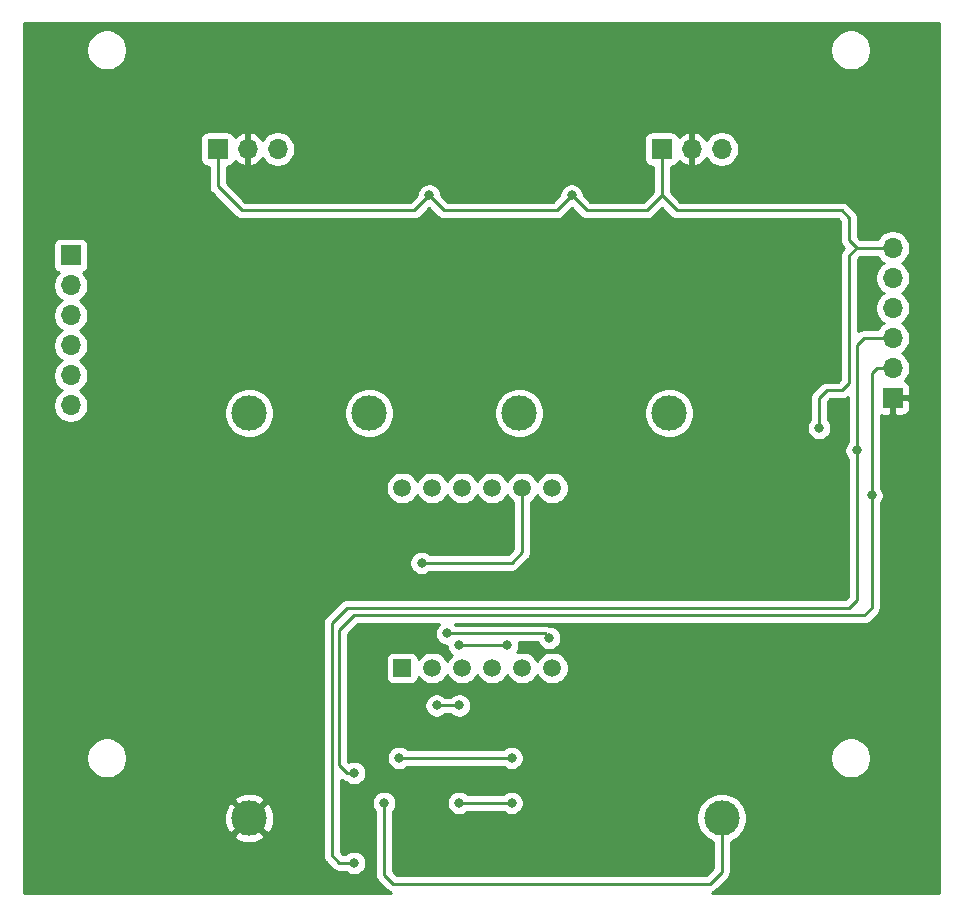
<source format=gbr>
%TF.GenerationSoftware,KiCad,Pcbnew,(5.1.7)-1*%
%TF.CreationDate,2021-04-06T19:20:52+02:00*%
%TF.ProjectId,central-panel,63656e74-7261-46c2-9d70-616e656c2e6b,rev?*%
%TF.SameCoordinates,Original*%
%TF.FileFunction,Copper,L2,Bot*%
%TF.FilePolarity,Positive*%
%FSLAX46Y46*%
G04 Gerber Fmt 4.6, Leading zero omitted, Abs format (unit mm)*
G04 Created by KiCad (PCBNEW (5.1.7)-1) date 2021-04-06 19:20:52*
%MOMM*%
%LPD*%
G01*
G04 APERTURE LIST*
%TA.AperFunction,ComponentPad*%
%ADD10C,3.000000*%
%TD*%
%TA.AperFunction,ComponentPad*%
%ADD11O,1.700000X1.700000*%
%TD*%
%TA.AperFunction,ComponentPad*%
%ADD12R,1.700000X1.700000*%
%TD*%
%TA.AperFunction,ComponentPad*%
%ADD13C,1.500000*%
%TD*%
%TA.AperFunction,ComponentPad*%
%ADD14R,1.500000X1.500000*%
%TD*%
%TA.AperFunction,ViaPad*%
%ADD15C,0.800000*%
%TD*%
%TA.AperFunction,Conductor*%
%ADD16C,0.250000*%
%TD*%
%TA.AperFunction,Conductor*%
%ADD17C,0.254000*%
%TD*%
%TA.AperFunction,Conductor*%
%ADD18C,0.100000*%
%TD*%
G04 APERTURE END LIST*
D10*
%TO.P,TP6,1*%
%TO.N,VCC*%
X118895000Y-139085000D03*
%TD*%
D11*
%TO.P,J4,6*%
%TO.N,VCC*%
X133373000Y-90825000D03*
%TO.P,J4,5*%
%TO.N,/ENABLE_B*%
X133373000Y-93365000D03*
%TO.P,J4,4*%
%TO.N,/ENABLE_A*%
X133373000Y-95905000D03*
%TO.P,J4,3*%
%TO.N,/CLK*%
X133373000Y-98445000D03*
%TO.P,J4,2*%
%TO.N,/DIO*%
X133373000Y-100985000D03*
D12*
%TO.P,J4,1*%
%TO.N,GND*%
X133373000Y-103525000D03*
%TD*%
D10*
%TO.P,TP5,1*%
%TO.N,GND*%
X78890000Y-139085000D03*
%TD*%
%TO.P,TP4,1*%
%TO.N,Net-(D10-Pad2)*%
X114450000Y-104795000D03*
%TD*%
%TO.P,TP3,1*%
%TO.N,Net-(D7-Pad2)*%
X101750000Y-104795000D03*
%TD*%
%TO.P,TP2,1*%
%TO.N,Net-(D4-Pad2)*%
X89050000Y-104795000D03*
%TD*%
%TO.P,TP1,1*%
%TO.N,Net-(D1-Pad2)*%
X78890000Y-104795000D03*
%TD*%
D11*
%TO.P,J1,6*%
%TO.N,/LED_D*%
X63777000Y-104160000D03*
%TO.P,J1,5*%
%TO.N,/LED_C*%
X63777000Y-101620000D03*
%TO.P,J1,4*%
%TO.N,/LED_B*%
X63777000Y-99080000D03*
%TO.P,J1,3*%
%TO.N,/LED_A*%
X63777000Y-96540000D03*
%TO.P,J1,2*%
%TO.N,/LED_EN_B*%
X63777000Y-94000000D03*
D12*
%TO.P,J1,1*%
%TO.N,/LED_EN_A*%
X63777000Y-91460000D03*
%TD*%
D13*
%TO.P,U1,12*%
%TO.N,/CA1*%
X91844000Y-111145000D03*
%TO.P,U1,11*%
%TO.N,/SEG_A*%
X94384000Y-111145000D03*
%TO.P,U1,10*%
%TO.N,/SEG_F*%
X96924000Y-111145000D03*
%TO.P,U1,9*%
%TO.N,/CA2*%
X99464000Y-111145000D03*
%TO.P,U1,8*%
%TO.N,/CA3*%
X102004000Y-111145000D03*
%TO.P,U1,7*%
%TO.N,/SEG_B*%
X104544000Y-111145000D03*
%TO.P,U1,6*%
%TO.N,/CA4*%
X104544000Y-126385000D03*
%TO.P,U1,5*%
%TO.N,/SEG_G*%
X102004000Y-126385000D03*
%TO.P,U1,4*%
%TO.N,/SEG_C*%
X99464000Y-126385000D03*
%TO.P,U1,3*%
%TO.N,/DPX*%
X96924000Y-126385000D03*
%TO.P,U1,2*%
%TO.N,/SEG_D*%
X94384000Y-126385000D03*
D14*
%TO.P,U1,1*%
%TO.N,/SEG_E*%
X91844000Y-126385000D03*
%TD*%
D12*
%TO.P,SW2,1*%
%TO.N,VCC*%
X113815000Y-82443000D03*
D11*
%TO.P,SW2,2*%
%TO.N,GND*%
X116355000Y-82443000D03*
%TO.P,SW2,3*%
%TO.N,/ENABLE_B*%
X118895000Y-82443000D03*
%TD*%
D12*
%TO.P,SW1,1*%
%TO.N,VCC*%
X76223000Y-82443000D03*
D11*
%TO.P,SW1,2*%
%TO.N,GND*%
X78763000Y-82443000D03*
%TO.P,SW1,3*%
%TO.N,/ENABLE_A*%
X81303000Y-82443000D03*
%TD*%
D15*
%TO.N,GND*%
X130960000Y-97175000D03*
X121435000Y-92095000D03*
%TO.N,VCC*%
X106195000Y-86380000D03*
X94130000Y-86380000D03*
X127150000Y-106065000D03*
X90320000Y-137815000D03*
%TO.N,/DPX*%
X100734000Y-124480000D03*
X96670000Y-124480000D03*
%TO.N,/SEG_E*%
X101115000Y-134005000D03*
X91590000Y-134005000D03*
%TO.N,/SEG_D*%
X101115000Y-137815000D03*
X96670000Y-137815000D03*
X96670000Y-129560000D03*
X94765000Y-129560000D03*
%TO.N,/CA4*%
X95654000Y-123464000D03*
X104290000Y-123845000D03*
%TO.N,/CA3*%
X93495000Y-117495000D03*
%TO.N,/CLK*%
X130325000Y-107970000D03*
X87780000Y-142895000D03*
%TO.N,/DIO*%
X131595000Y-111780000D03*
X87780000Y-135275000D03*
%TD*%
D16*
%TO.N,VCC*%
X76223000Y-82443000D02*
X76223000Y-85618000D01*
X76223000Y-85618000D02*
X78255000Y-87650000D01*
X78255000Y-87650000D02*
X92860000Y-87650000D01*
X92860000Y-87650000D02*
X94130000Y-86380000D01*
X94130000Y-86380000D02*
X95400000Y-87650000D01*
X95400000Y-87650000D02*
X104925000Y-87650000D01*
X104925000Y-87650000D02*
X106195000Y-86380000D01*
X106195000Y-86380000D02*
X107465000Y-87650000D01*
X107465000Y-87650000D02*
X112545000Y-87650000D01*
X112545000Y-87650000D02*
X113815000Y-86380000D01*
X113815000Y-86380000D02*
X113815000Y-82443000D01*
X113815000Y-86380000D02*
X115085000Y-87650000D01*
X106195000Y-86380000D02*
X106195000Y-86380000D01*
X94130000Y-86380000D02*
X94130000Y-86380000D01*
X133373000Y-90825000D02*
X130325000Y-90825000D01*
X130325000Y-90825000D02*
X129690000Y-90190000D01*
X129690000Y-90190000D02*
X129690000Y-88285000D01*
X129690000Y-88285000D02*
X129055000Y-87650000D01*
X129055000Y-87650000D02*
X127150000Y-87650000D01*
X127150000Y-87650000D02*
X127785000Y-87650000D01*
X115085000Y-87650000D02*
X127150000Y-87650000D01*
X130325000Y-90825000D02*
X129690000Y-91460000D01*
X129690000Y-91460000D02*
X129690000Y-102255000D01*
X129690000Y-102255000D02*
X129055000Y-102890000D01*
X129055000Y-102890000D02*
X127785000Y-102890000D01*
X127785000Y-102890000D02*
X127150000Y-103525000D01*
X127150000Y-103525000D02*
X127150000Y-104160000D01*
X127150000Y-104160000D02*
X127150000Y-106065000D01*
X127150000Y-106065000D02*
X127150000Y-106065000D01*
X90320000Y-137815000D02*
X90320000Y-137815000D01*
X118895000Y-143657000D02*
X117879000Y-144673000D01*
X117879000Y-144673000D02*
X91082000Y-144673000D01*
X90320000Y-143911000D02*
X90320000Y-137815000D01*
X91082000Y-144673000D02*
X90320000Y-143911000D01*
X118895000Y-143657000D02*
X118895000Y-139085000D01*
%TO.N,/DPX*%
X100734000Y-124480000D02*
X96670000Y-124480000D01*
X96670000Y-124480000D02*
X96670000Y-124480000D01*
%TO.N,/SEG_E*%
X101115000Y-134005000D02*
X91590000Y-134005000D01*
X91590000Y-134005000D02*
X91590000Y-134005000D01*
%TO.N,/SEG_D*%
X101115000Y-137815000D02*
X96670000Y-137815000D01*
X96670000Y-137815000D02*
X96670000Y-137815000D01*
X96670000Y-129560000D02*
X94765000Y-129560000D01*
X94765000Y-129560000D02*
X94765000Y-129560000D01*
%TO.N,/CA4*%
X95654000Y-123464000D02*
X103909000Y-123464000D01*
X103909000Y-123464000D02*
X104290000Y-123845000D01*
X104290000Y-123845000D02*
X104290000Y-123845000D01*
%TO.N,/CA3*%
X93495000Y-117495000D02*
X101115000Y-117495000D01*
X102004000Y-116606000D02*
X102004000Y-111145000D01*
X101115000Y-117495000D02*
X102004000Y-116606000D01*
%TO.N,/CLK*%
X130325000Y-106065000D02*
X130325000Y-106065000D01*
X130960000Y-98445000D02*
X133373000Y-98445000D01*
X130325000Y-99080000D02*
X130960000Y-98445000D01*
X130325000Y-107970000D02*
X130325000Y-99080000D01*
X130325000Y-107970000D02*
X130325000Y-120670000D01*
X130325000Y-120670000D02*
X129690000Y-121305000D01*
X129690000Y-121305000D02*
X109370000Y-121305000D01*
X109370000Y-121305000D02*
X87145000Y-121305000D01*
X87145000Y-121305000D02*
X85875000Y-122575000D01*
X85875000Y-122575000D02*
X85875000Y-142260000D01*
X85875000Y-142260000D02*
X86510000Y-142895000D01*
X86510000Y-142895000D02*
X87780000Y-142895000D01*
X87780000Y-142895000D02*
X87780000Y-142895000D01*
%TO.N,/DIO*%
X131595000Y-101435010D02*
X131595000Y-111780000D01*
X132045010Y-100985000D02*
X131595000Y-101435010D01*
X133373000Y-100985000D02*
X132045010Y-100985000D01*
X131595000Y-111780000D02*
X131595000Y-111780000D01*
X87780000Y-135275000D02*
X87780000Y-135275000D01*
X87145000Y-135275000D02*
X87780000Y-135275000D01*
X86510000Y-123210000D02*
X86510000Y-134640000D01*
X87780000Y-121940000D02*
X86510000Y-123210000D01*
X130960000Y-121940000D02*
X87780000Y-121940000D01*
X86510000Y-134640000D02*
X87145000Y-135275000D01*
X131595000Y-121305000D02*
X130960000Y-121940000D01*
X131595000Y-111780000D02*
X131595000Y-121305000D01*
%TD*%
D17*
%TO.N,GND*%
X137285001Y-145410000D02*
X118067555Y-145410000D01*
X118171247Y-145378546D01*
X118303276Y-145307974D01*
X118419001Y-145213001D01*
X118442804Y-145183998D01*
X119406004Y-144220798D01*
X119435001Y-144197001D01*
X119487526Y-144132999D01*
X119529974Y-144081277D01*
X119600546Y-143949247D01*
X119612148Y-143911000D01*
X119644003Y-143805986D01*
X119655000Y-143694333D01*
X119655000Y-143694323D01*
X119658676Y-143657000D01*
X119655000Y-143619678D01*
X119655000Y-141081105D01*
X119906302Y-140977012D01*
X120255983Y-140743363D01*
X120553363Y-140445983D01*
X120787012Y-140096302D01*
X120947953Y-139707756D01*
X121030000Y-139295279D01*
X121030000Y-138874721D01*
X120947953Y-138462244D01*
X120787012Y-138073698D01*
X120553363Y-137724017D01*
X120255983Y-137426637D01*
X119906302Y-137192988D01*
X119517756Y-137032047D01*
X119105279Y-136950000D01*
X118684721Y-136950000D01*
X118272244Y-137032047D01*
X117883698Y-137192988D01*
X117534017Y-137426637D01*
X117236637Y-137724017D01*
X117002988Y-138073698D01*
X116842047Y-138462244D01*
X116760000Y-138874721D01*
X116760000Y-139295279D01*
X116842047Y-139707756D01*
X117002988Y-140096302D01*
X117236637Y-140445983D01*
X117534017Y-140743363D01*
X117883698Y-140977012D01*
X118135001Y-141081105D01*
X118135000Y-143342198D01*
X117564199Y-143913000D01*
X91396802Y-143913000D01*
X91080000Y-143596199D01*
X91080000Y-138518711D01*
X91123937Y-138474774D01*
X91237205Y-138305256D01*
X91315226Y-138116898D01*
X91355000Y-137916939D01*
X91355000Y-137713061D01*
X95635000Y-137713061D01*
X95635000Y-137916939D01*
X95674774Y-138116898D01*
X95752795Y-138305256D01*
X95866063Y-138474774D01*
X96010226Y-138618937D01*
X96179744Y-138732205D01*
X96368102Y-138810226D01*
X96568061Y-138850000D01*
X96771939Y-138850000D01*
X96971898Y-138810226D01*
X97160256Y-138732205D01*
X97329774Y-138618937D01*
X97373711Y-138575000D01*
X100411289Y-138575000D01*
X100455226Y-138618937D01*
X100624744Y-138732205D01*
X100813102Y-138810226D01*
X101013061Y-138850000D01*
X101216939Y-138850000D01*
X101416898Y-138810226D01*
X101605256Y-138732205D01*
X101774774Y-138618937D01*
X101918937Y-138474774D01*
X102032205Y-138305256D01*
X102110226Y-138116898D01*
X102150000Y-137916939D01*
X102150000Y-137713061D01*
X102110226Y-137513102D01*
X102032205Y-137324744D01*
X101918937Y-137155226D01*
X101774774Y-137011063D01*
X101605256Y-136897795D01*
X101416898Y-136819774D01*
X101216939Y-136780000D01*
X101013061Y-136780000D01*
X100813102Y-136819774D01*
X100624744Y-136897795D01*
X100455226Y-137011063D01*
X100411289Y-137055000D01*
X97373711Y-137055000D01*
X97329774Y-137011063D01*
X97160256Y-136897795D01*
X96971898Y-136819774D01*
X96771939Y-136780000D01*
X96568061Y-136780000D01*
X96368102Y-136819774D01*
X96179744Y-136897795D01*
X96010226Y-137011063D01*
X95866063Y-137155226D01*
X95752795Y-137324744D01*
X95674774Y-137513102D01*
X95635000Y-137713061D01*
X91355000Y-137713061D01*
X91315226Y-137513102D01*
X91237205Y-137324744D01*
X91123937Y-137155226D01*
X90979774Y-137011063D01*
X90810256Y-136897795D01*
X90621898Y-136819774D01*
X90421939Y-136780000D01*
X90218061Y-136780000D01*
X90018102Y-136819774D01*
X89829744Y-136897795D01*
X89660226Y-137011063D01*
X89516063Y-137155226D01*
X89402795Y-137324744D01*
X89324774Y-137513102D01*
X89285000Y-137713061D01*
X89285000Y-137916939D01*
X89324774Y-138116898D01*
X89402795Y-138305256D01*
X89516063Y-138474774D01*
X89560001Y-138518712D01*
X89560000Y-143873677D01*
X89556324Y-143911000D01*
X89560000Y-143948322D01*
X89560000Y-143948332D01*
X89570997Y-144059985D01*
X89612560Y-144197001D01*
X89614454Y-144203246D01*
X89685026Y-144335276D01*
X89722348Y-144380753D01*
X89779999Y-144451001D01*
X89809002Y-144474803D01*
X90518201Y-145184002D01*
X90541999Y-145213001D01*
X90657724Y-145307974D01*
X90789753Y-145378546D01*
X90893445Y-145410000D01*
X59865000Y-145410000D01*
X59865000Y-140576653D01*
X77577952Y-140576653D01*
X77733962Y-140892214D01*
X78108745Y-141083020D01*
X78513551Y-141197044D01*
X78932824Y-141229902D01*
X79350451Y-141180334D01*
X79750383Y-141050243D01*
X80046038Y-140892214D01*
X80202048Y-140576653D01*
X78890000Y-139264605D01*
X77577952Y-140576653D01*
X59865000Y-140576653D01*
X59865000Y-139127824D01*
X76745098Y-139127824D01*
X76794666Y-139545451D01*
X76924757Y-139945383D01*
X77082786Y-140241038D01*
X77398347Y-140397048D01*
X78710395Y-139085000D01*
X79069605Y-139085000D01*
X80381653Y-140397048D01*
X80697214Y-140241038D01*
X80888020Y-139866255D01*
X81002044Y-139461449D01*
X81034902Y-139042176D01*
X80985334Y-138624549D01*
X80855243Y-138224617D01*
X80697214Y-137928962D01*
X80381653Y-137772952D01*
X79069605Y-139085000D01*
X78710395Y-139085000D01*
X77398347Y-137772952D01*
X77082786Y-137928962D01*
X76891980Y-138303745D01*
X76777956Y-138708551D01*
X76745098Y-139127824D01*
X59865000Y-139127824D01*
X59865000Y-137593347D01*
X77577952Y-137593347D01*
X78890000Y-138905395D01*
X80202048Y-137593347D01*
X80046038Y-137277786D01*
X79671255Y-137086980D01*
X79266449Y-136972956D01*
X78847176Y-136940098D01*
X78429549Y-136989666D01*
X78029617Y-137119757D01*
X77733962Y-137277786D01*
X77577952Y-137593347D01*
X59865000Y-137593347D01*
X59865000Y-133834117D01*
X65090000Y-133834117D01*
X65090000Y-134175883D01*
X65156675Y-134511081D01*
X65287463Y-134826831D01*
X65477337Y-135110998D01*
X65719002Y-135352663D01*
X66003169Y-135542537D01*
X66318919Y-135673325D01*
X66654117Y-135740000D01*
X66995883Y-135740000D01*
X67331081Y-135673325D01*
X67646831Y-135542537D01*
X67930998Y-135352663D01*
X68172663Y-135110998D01*
X68362537Y-134826831D01*
X68493325Y-134511081D01*
X68560000Y-134175883D01*
X68560000Y-133834117D01*
X68493325Y-133498919D01*
X68362537Y-133183169D01*
X68172663Y-132899002D01*
X67930998Y-132657337D01*
X67646831Y-132467463D01*
X67331081Y-132336675D01*
X66995883Y-132270000D01*
X66654117Y-132270000D01*
X66318919Y-132336675D01*
X66003169Y-132467463D01*
X65719002Y-132657337D01*
X65477337Y-132899002D01*
X65287463Y-133183169D01*
X65156675Y-133498919D01*
X65090000Y-133834117D01*
X59865000Y-133834117D01*
X59865000Y-111008589D01*
X90459000Y-111008589D01*
X90459000Y-111281411D01*
X90512225Y-111548989D01*
X90616629Y-111801043D01*
X90768201Y-112027886D01*
X90961114Y-112220799D01*
X91187957Y-112372371D01*
X91440011Y-112476775D01*
X91707589Y-112530000D01*
X91980411Y-112530000D01*
X92247989Y-112476775D01*
X92500043Y-112372371D01*
X92726886Y-112220799D01*
X92919799Y-112027886D01*
X93071371Y-111801043D01*
X93114000Y-111698127D01*
X93156629Y-111801043D01*
X93308201Y-112027886D01*
X93501114Y-112220799D01*
X93727957Y-112372371D01*
X93980011Y-112476775D01*
X94247589Y-112530000D01*
X94520411Y-112530000D01*
X94787989Y-112476775D01*
X95040043Y-112372371D01*
X95266886Y-112220799D01*
X95459799Y-112027886D01*
X95611371Y-111801043D01*
X95654000Y-111698127D01*
X95696629Y-111801043D01*
X95848201Y-112027886D01*
X96041114Y-112220799D01*
X96267957Y-112372371D01*
X96520011Y-112476775D01*
X96787589Y-112530000D01*
X97060411Y-112530000D01*
X97327989Y-112476775D01*
X97580043Y-112372371D01*
X97806886Y-112220799D01*
X97999799Y-112027886D01*
X98151371Y-111801043D01*
X98194000Y-111698127D01*
X98236629Y-111801043D01*
X98388201Y-112027886D01*
X98581114Y-112220799D01*
X98807957Y-112372371D01*
X99060011Y-112476775D01*
X99327589Y-112530000D01*
X99600411Y-112530000D01*
X99867989Y-112476775D01*
X100120043Y-112372371D01*
X100346886Y-112220799D01*
X100539799Y-112027886D01*
X100691371Y-111801043D01*
X100734000Y-111698127D01*
X100776629Y-111801043D01*
X100928201Y-112027886D01*
X101121114Y-112220799D01*
X101244001Y-112302910D01*
X101244000Y-116291198D01*
X100800199Y-116735000D01*
X94198711Y-116735000D01*
X94154774Y-116691063D01*
X93985256Y-116577795D01*
X93796898Y-116499774D01*
X93596939Y-116460000D01*
X93393061Y-116460000D01*
X93193102Y-116499774D01*
X93004744Y-116577795D01*
X92835226Y-116691063D01*
X92691063Y-116835226D01*
X92577795Y-117004744D01*
X92499774Y-117193102D01*
X92460000Y-117393061D01*
X92460000Y-117596939D01*
X92499774Y-117796898D01*
X92577795Y-117985256D01*
X92691063Y-118154774D01*
X92835226Y-118298937D01*
X93004744Y-118412205D01*
X93193102Y-118490226D01*
X93393061Y-118530000D01*
X93596939Y-118530000D01*
X93796898Y-118490226D01*
X93985256Y-118412205D01*
X94154774Y-118298937D01*
X94198711Y-118255000D01*
X101077678Y-118255000D01*
X101115000Y-118258676D01*
X101152322Y-118255000D01*
X101152333Y-118255000D01*
X101263986Y-118244003D01*
X101407247Y-118200546D01*
X101539276Y-118129974D01*
X101655001Y-118035001D01*
X101678803Y-118005998D01*
X102515004Y-117169798D01*
X102544001Y-117146001D01*
X102638974Y-117030276D01*
X102709546Y-116898247D01*
X102753003Y-116754986D01*
X102764000Y-116643333D01*
X102764000Y-116643323D01*
X102767676Y-116606000D01*
X102764000Y-116568677D01*
X102764000Y-112302909D01*
X102886886Y-112220799D01*
X103079799Y-112027886D01*
X103231371Y-111801043D01*
X103274000Y-111698127D01*
X103316629Y-111801043D01*
X103468201Y-112027886D01*
X103661114Y-112220799D01*
X103887957Y-112372371D01*
X104140011Y-112476775D01*
X104407589Y-112530000D01*
X104680411Y-112530000D01*
X104947989Y-112476775D01*
X105200043Y-112372371D01*
X105426886Y-112220799D01*
X105619799Y-112027886D01*
X105771371Y-111801043D01*
X105875775Y-111548989D01*
X105929000Y-111281411D01*
X105929000Y-111008589D01*
X105875775Y-110741011D01*
X105771371Y-110488957D01*
X105619799Y-110262114D01*
X105426886Y-110069201D01*
X105200043Y-109917629D01*
X104947989Y-109813225D01*
X104680411Y-109760000D01*
X104407589Y-109760000D01*
X104140011Y-109813225D01*
X103887957Y-109917629D01*
X103661114Y-110069201D01*
X103468201Y-110262114D01*
X103316629Y-110488957D01*
X103274000Y-110591873D01*
X103231371Y-110488957D01*
X103079799Y-110262114D01*
X102886886Y-110069201D01*
X102660043Y-109917629D01*
X102407989Y-109813225D01*
X102140411Y-109760000D01*
X101867589Y-109760000D01*
X101600011Y-109813225D01*
X101347957Y-109917629D01*
X101121114Y-110069201D01*
X100928201Y-110262114D01*
X100776629Y-110488957D01*
X100734000Y-110591873D01*
X100691371Y-110488957D01*
X100539799Y-110262114D01*
X100346886Y-110069201D01*
X100120043Y-109917629D01*
X99867989Y-109813225D01*
X99600411Y-109760000D01*
X99327589Y-109760000D01*
X99060011Y-109813225D01*
X98807957Y-109917629D01*
X98581114Y-110069201D01*
X98388201Y-110262114D01*
X98236629Y-110488957D01*
X98194000Y-110591873D01*
X98151371Y-110488957D01*
X97999799Y-110262114D01*
X97806886Y-110069201D01*
X97580043Y-109917629D01*
X97327989Y-109813225D01*
X97060411Y-109760000D01*
X96787589Y-109760000D01*
X96520011Y-109813225D01*
X96267957Y-109917629D01*
X96041114Y-110069201D01*
X95848201Y-110262114D01*
X95696629Y-110488957D01*
X95654000Y-110591873D01*
X95611371Y-110488957D01*
X95459799Y-110262114D01*
X95266886Y-110069201D01*
X95040043Y-109917629D01*
X94787989Y-109813225D01*
X94520411Y-109760000D01*
X94247589Y-109760000D01*
X93980011Y-109813225D01*
X93727957Y-109917629D01*
X93501114Y-110069201D01*
X93308201Y-110262114D01*
X93156629Y-110488957D01*
X93114000Y-110591873D01*
X93071371Y-110488957D01*
X92919799Y-110262114D01*
X92726886Y-110069201D01*
X92500043Y-109917629D01*
X92247989Y-109813225D01*
X91980411Y-109760000D01*
X91707589Y-109760000D01*
X91440011Y-109813225D01*
X91187957Y-109917629D01*
X90961114Y-110069201D01*
X90768201Y-110262114D01*
X90616629Y-110488957D01*
X90512225Y-110741011D01*
X90459000Y-111008589D01*
X59865000Y-111008589D01*
X59865000Y-90610000D01*
X62288928Y-90610000D01*
X62288928Y-92310000D01*
X62301188Y-92434482D01*
X62337498Y-92554180D01*
X62396463Y-92664494D01*
X62475815Y-92761185D01*
X62572506Y-92840537D01*
X62682820Y-92899502D01*
X62755380Y-92921513D01*
X62623525Y-93053368D01*
X62461010Y-93296589D01*
X62349068Y-93566842D01*
X62292000Y-93853740D01*
X62292000Y-94146260D01*
X62349068Y-94433158D01*
X62461010Y-94703411D01*
X62623525Y-94946632D01*
X62830368Y-95153475D01*
X63004760Y-95270000D01*
X62830368Y-95386525D01*
X62623525Y-95593368D01*
X62461010Y-95836589D01*
X62349068Y-96106842D01*
X62292000Y-96393740D01*
X62292000Y-96686260D01*
X62349068Y-96973158D01*
X62461010Y-97243411D01*
X62623525Y-97486632D01*
X62830368Y-97693475D01*
X63004760Y-97810000D01*
X62830368Y-97926525D01*
X62623525Y-98133368D01*
X62461010Y-98376589D01*
X62349068Y-98646842D01*
X62292000Y-98933740D01*
X62292000Y-99226260D01*
X62349068Y-99513158D01*
X62461010Y-99783411D01*
X62623525Y-100026632D01*
X62830368Y-100233475D01*
X63004760Y-100350000D01*
X62830368Y-100466525D01*
X62623525Y-100673368D01*
X62461010Y-100916589D01*
X62349068Y-101186842D01*
X62292000Y-101473740D01*
X62292000Y-101766260D01*
X62349068Y-102053158D01*
X62461010Y-102323411D01*
X62623525Y-102566632D01*
X62830368Y-102773475D01*
X63004760Y-102890000D01*
X62830368Y-103006525D01*
X62623525Y-103213368D01*
X62461010Y-103456589D01*
X62349068Y-103726842D01*
X62292000Y-104013740D01*
X62292000Y-104306260D01*
X62349068Y-104593158D01*
X62461010Y-104863411D01*
X62623525Y-105106632D01*
X62830368Y-105313475D01*
X63073589Y-105475990D01*
X63343842Y-105587932D01*
X63630740Y-105645000D01*
X63923260Y-105645000D01*
X64210158Y-105587932D01*
X64480411Y-105475990D01*
X64723632Y-105313475D01*
X64930475Y-105106632D01*
X65092990Y-104863411D01*
X65204932Y-104593158D01*
X65206610Y-104584721D01*
X76755000Y-104584721D01*
X76755000Y-105005279D01*
X76837047Y-105417756D01*
X76997988Y-105806302D01*
X77231637Y-106155983D01*
X77529017Y-106453363D01*
X77878698Y-106687012D01*
X78267244Y-106847953D01*
X78679721Y-106930000D01*
X79100279Y-106930000D01*
X79512756Y-106847953D01*
X79901302Y-106687012D01*
X80250983Y-106453363D01*
X80548363Y-106155983D01*
X80782012Y-105806302D01*
X80942953Y-105417756D01*
X81025000Y-105005279D01*
X81025000Y-104584721D01*
X86915000Y-104584721D01*
X86915000Y-105005279D01*
X86997047Y-105417756D01*
X87157988Y-105806302D01*
X87391637Y-106155983D01*
X87689017Y-106453363D01*
X88038698Y-106687012D01*
X88427244Y-106847953D01*
X88839721Y-106930000D01*
X89260279Y-106930000D01*
X89672756Y-106847953D01*
X90061302Y-106687012D01*
X90410983Y-106453363D01*
X90708363Y-106155983D01*
X90942012Y-105806302D01*
X91102953Y-105417756D01*
X91185000Y-105005279D01*
X91185000Y-104584721D01*
X99615000Y-104584721D01*
X99615000Y-105005279D01*
X99697047Y-105417756D01*
X99857988Y-105806302D01*
X100091637Y-106155983D01*
X100389017Y-106453363D01*
X100738698Y-106687012D01*
X101127244Y-106847953D01*
X101539721Y-106930000D01*
X101960279Y-106930000D01*
X102372756Y-106847953D01*
X102761302Y-106687012D01*
X103110983Y-106453363D01*
X103408363Y-106155983D01*
X103642012Y-105806302D01*
X103802953Y-105417756D01*
X103885000Y-105005279D01*
X103885000Y-104584721D01*
X112315000Y-104584721D01*
X112315000Y-105005279D01*
X112397047Y-105417756D01*
X112557988Y-105806302D01*
X112791637Y-106155983D01*
X113089017Y-106453363D01*
X113438698Y-106687012D01*
X113827244Y-106847953D01*
X114239721Y-106930000D01*
X114660279Y-106930000D01*
X115072756Y-106847953D01*
X115461302Y-106687012D01*
X115810983Y-106453363D01*
X116108363Y-106155983D01*
X116342012Y-105806302D01*
X116502953Y-105417756D01*
X116585000Y-105005279D01*
X116585000Y-104584721D01*
X116502953Y-104172244D01*
X116342012Y-103783698D01*
X116108363Y-103434017D01*
X115810983Y-103136637D01*
X115461302Y-102902988D01*
X115072756Y-102742047D01*
X114660279Y-102660000D01*
X114239721Y-102660000D01*
X113827244Y-102742047D01*
X113438698Y-102902988D01*
X113089017Y-103136637D01*
X112791637Y-103434017D01*
X112557988Y-103783698D01*
X112397047Y-104172244D01*
X112315000Y-104584721D01*
X103885000Y-104584721D01*
X103802953Y-104172244D01*
X103642012Y-103783698D01*
X103408363Y-103434017D01*
X103110983Y-103136637D01*
X102761302Y-102902988D01*
X102372756Y-102742047D01*
X101960279Y-102660000D01*
X101539721Y-102660000D01*
X101127244Y-102742047D01*
X100738698Y-102902988D01*
X100389017Y-103136637D01*
X100091637Y-103434017D01*
X99857988Y-103783698D01*
X99697047Y-104172244D01*
X99615000Y-104584721D01*
X91185000Y-104584721D01*
X91102953Y-104172244D01*
X90942012Y-103783698D01*
X90708363Y-103434017D01*
X90410983Y-103136637D01*
X90061302Y-102902988D01*
X89672756Y-102742047D01*
X89260279Y-102660000D01*
X88839721Y-102660000D01*
X88427244Y-102742047D01*
X88038698Y-102902988D01*
X87689017Y-103136637D01*
X87391637Y-103434017D01*
X87157988Y-103783698D01*
X86997047Y-104172244D01*
X86915000Y-104584721D01*
X81025000Y-104584721D01*
X80942953Y-104172244D01*
X80782012Y-103783698D01*
X80548363Y-103434017D01*
X80250983Y-103136637D01*
X79901302Y-102902988D01*
X79512756Y-102742047D01*
X79100279Y-102660000D01*
X78679721Y-102660000D01*
X78267244Y-102742047D01*
X77878698Y-102902988D01*
X77529017Y-103136637D01*
X77231637Y-103434017D01*
X76997988Y-103783698D01*
X76837047Y-104172244D01*
X76755000Y-104584721D01*
X65206610Y-104584721D01*
X65262000Y-104306260D01*
X65262000Y-104013740D01*
X65204932Y-103726842D01*
X65092990Y-103456589D01*
X64930475Y-103213368D01*
X64723632Y-103006525D01*
X64549240Y-102890000D01*
X64723632Y-102773475D01*
X64930475Y-102566632D01*
X65092990Y-102323411D01*
X65204932Y-102053158D01*
X65262000Y-101766260D01*
X65262000Y-101473740D01*
X65204932Y-101186842D01*
X65092990Y-100916589D01*
X64930475Y-100673368D01*
X64723632Y-100466525D01*
X64549240Y-100350000D01*
X64723632Y-100233475D01*
X64930475Y-100026632D01*
X65092990Y-99783411D01*
X65204932Y-99513158D01*
X65262000Y-99226260D01*
X65262000Y-98933740D01*
X65204932Y-98646842D01*
X65092990Y-98376589D01*
X64930475Y-98133368D01*
X64723632Y-97926525D01*
X64549240Y-97810000D01*
X64723632Y-97693475D01*
X64930475Y-97486632D01*
X65092990Y-97243411D01*
X65204932Y-96973158D01*
X65262000Y-96686260D01*
X65262000Y-96393740D01*
X65204932Y-96106842D01*
X65092990Y-95836589D01*
X64930475Y-95593368D01*
X64723632Y-95386525D01*
X64549240Y-95270000D01*
X64723632Y-95153475D01*
X64930475Y-94946632D01*
X65092990Y-94703411D01*
X65204932Y-94433158D01*
X65262000Y-94146260D01*
X65262000Y-93853740D01*
X65204932Y-93566842D01*
X65092990Y-93296589D01*
X64930475Y-93053368D01*
X64798620Y-92921513D01*
X64871180Y-92899502D01*
X64981494Y-92840537D01*
X65078185Y-92761185D01*
X65157537Y-92664494D01*
X65216502Y-92554180D01*
X65252812Y-92434482D01*
X65265072Y-92310000D01*
X65265072Y-90610000D01*
X65252812Y-90485518D01*
X65216502Y-90365820D01*
X65157537Y-90255506D01*
X65078185Y-90158815D01*
X64981494Y-90079463D01*
X64871180Y-90020498D01*
X64751482Y-89984188D01*
X64627000Y-89971928D01*
X62927000Y-89971928D01*
X62802518Y-89984188D01*
X62682820Y-90020498D01*
X62572506Y-90079463D01*
X62475815Y-90158815D01*
X62396463Y-90255506D01*
X62337498Y-90365820D01*
X62301188Y-90485518D01*
X62288928Y-90610000D01*
X59865000Y-90610000D01*
X59865000Y-81593000D01*
X74734928Y-81593000D01*
X74734928Y-83293000D01*
X74747188Y-83417482D01*
X74783498Y-83537180D01*
X74842463Y-83647494D01*
X74921815Y-83744185D01*
X75018506Y-83823537D01*
X75128820Y-83882502D01*
X75248518Y-83918812D01*
X75373000Y-83931072D01*
X75463000Y-83931072D01*
X75463001Y-85580668D01*
X75459324Y-85618000D01*
X75463001Y-85655333D01*
X75469393Y-85720226D01*
X75473998Y-85766985D01*
X75517454Y-85910246D01*
X75588026Y-86042276D01*
X75659201Y-86129002D01*
X75683000Y-86158001D01*
X75711998Y-86181799D01*
X77691200Y-88161002D01*
X77714999Y-88190001D01*
X77743997Y-88213799D01*
X77830723Y-88284974D01*
X77962753Y-88355546D01*
X78106014Y-88399003D01*
X78217667Y-88410000D01*
X78217677Y-88410000D01*
X78255000Y-88413676D01*
X78292323Y-88410000D01*
X92822678Y-88410000D01*
X92860000Y-88413676D01*
X92897322Y-88410000D01*
X92897333Y-88410000D01*
X93008986Y-88399003D01*
X93152247Y-88355546D01*
X93284276Y-88284974D01*
X93400001Y-88190001D01*
X93423804Y-88160997D01*
X94130000Y-87454802D01*
X94836200Y-88161002D01*
X94859999Y-88190001D01*
X94975724Y-88284974D01*
X95107753Y-88355546D01*
X95251014Y-88399003D01*
X95362667Y-88410000D01*
X95362676Y-88410000D01*
X95399999Y-88413676D01*
X95437322Y-88410000D01*
X104887678Y-88410000D01*
X104925000Y-88413676D01*
X104962322Y-88410000D01*
X104962333Y-88410000D01*
X105073986Y-88399003D01*
X105217247Y-88355546D01*
X105349276Y-88284974D01*
X105465001Y-88190001D01*
X105488804Y-88160997D01*
X106195000Y-87454802D01*
X106901200Y-88161002D01*
X106924999Y-88190001D01*
X107040724Y-88284974D01*
X107172753Y-88355546D01*
X107316014Y-88399003D01*
X107427667Y-88410000D01*
X107427676Y-88410000D01*
X107464999Y-88413676D01*
X107502322Y-88410000D01*
X112507678Y-88410000D01*
X112545000Y-88413676D01*
X112582322Y-88410000D01*
X112582333Y-88410000D01*
X112693986Y-88399003D01*
X112837247Y-88355546D01*
X112969276Y-88284974D01*
X113085001Y-88190001D01*
X113108804Y-88160997D01*
X113815000Y-87454802D01*
X114521200Y-88161002D01*
X114544999Y-88190001D01*
X114660724Y-88284974D01*
X114792753Y-88355546D01*
X114936014Y-88399003D01*
X115047667Y-88410000D01*
X115047676Y-88410000D01*
X115084999Y-88413676D01*
X115122322Y-88410000D01*
X128740199Y-88410000D01*
X128930001Y-88599802D01*
X128930000Y-90152677D01*
X128926324Y-90190000D01*
X128930000Y-90227322D01*
X128930000Y-90227332D01*
X128940997Y-90338985D01*
X128984454Y-90482246D01*
X129055026Y-90614276D01*
X129094871Y-90662826D01*
X129149999Y-90730001D01*
X129179002Y-90753803D01*
X129250199Y-90825000D01*
X129179002Y-90896197D01*
X129149999Y-90919999D01*
X129094871Y-90987174D01*
X129055026Y-91035724D01*
X129011451Y-91117246D01*
X128984454Y-91167754D01*
X128940997Y-91311015D01*
X128930000Y-91422668D01*
X128930000Y-91422678D01*
X128926324Y-91460000D01*
X128930000Y-91497322D01*
X128930001Y-101940197D01*
X128740199Y-102130000D01*
X127822333Y-102130000D01*
X127785000Y-102126323D01*
X127747667Y-102130000D01*
X127636014Y-102140997D01*
X127492753Y-102184454D01*
X127360724Y-102255026D01*
X127244999Y-102349999D01*
X127221200Y-102378998D01*
X126639002Y-102961197D01*
X126609999Y-102984999D01*
X126558352Y-103047932D01*
X126515026Y-103100724D01*
X126495830Y-103136637D01*
X126444454Y-103232754D01*
X126400997Y-103376015D01*
X126390000Y-103487668D01*
X126390000Y-103487678D01*
X126386324Y-103525000D01*
X126390000Y-103562322D01*
X126390000Y-104122668D01*
X126390001Y-105361288D01*
X126346063Y-105405226D01*
X126232795Y-105574744D01*
X126154774Y-105763102D01*
X126115000Y-105963061D01*
X126115000Y-106166939D01*
X126154774Y-106366898D01*
X126232795Y-106555256D01*
X126346063Y-106724774D01*
X126490226Y-106868937D01*
X126659744Y-106982205D01*
X126848102Y-107060226D01*
X127048061Y-107100000D01*
X127251939Y-107100000D01*
X127451898Y-107060226D01*
X127640256Y-106982205D01*
X127809774Y-106868937D01*
X127953937Y-106724774D01*
X128067205Y-106555256D01*
X128145226Y-106366898D01*
X128185000Y-106166939D01*
X128185000Y-105963061D01*
X128145226Y-105763102D01*
X128067205Y-105574744D01*
X127953937Y-105405226D01*
X127910000Y-105361289D01*
X127910000Y-103839801D01*
X128099802Y-103650000D01*
X129017678Y-103650000D01*
X129055000Y-103653676D01*
X129092322Y-103650000D01*
X129092333Y-103650000D01*
X129203986Y-103639003D01*
X129347247Y-103595546D01*
X129479276Y-103524974D01*
X129565001Y-103454622D01*
X129565000Y-106027665D01*
X129561323Y-106065000D01*
X129565000Y-106102333D01*
X129565000Y-107266289D01*
X129521063Y-107310226D01*
X129407795Y-107479744D01*
X129329774Y-107668102D01*
X129290000Y-107868061D01*
X129290000Y-108071939D01*
X129329774Y-108271898D01*
X129407795Y-108460256D01*
X129521063Y-108629774D01*
X129565000Y-108673711D01*
X129565001Y-120355197D01*
X129375199Y-120545000D01*
X87182322Y-120545000D01*
X87144999Y-120541324D01*
X87107676Y-120545000D01*
X87107667Y-120545000D01*
X86996014Y-120555997D01*
X86852753Y-120599454D01*
X86720724Y-120670026D01*
X86604999Y-120764999D01*
X86581201Y-120793997D01*
X85364003Y-122011196D01*
X85334999Y-122034999D01*
X85290693Y-122088987D01*
X85240026Y-122150724D01*
X85196451Y-122232246D01*
X85169454Y-122282754D01*
X85125997Y-122426015D01*
X85115000Y-122537668D01*
X85115000Y-122537678D01*
X85111324Y-122575000D01*
X85115000Y-122612322D01*
X85115001Y-142222667D01*
X85111324Y-142260000D01*
X85125998Y-142408985D01*
X85169454Y-142552246D01*
X85240026Y-142684276D01*
X85290694Y-142746014D01*
X85335000Y-142800001D01*
X85363998Y-142823799D01*
X85946200Y-143406002D01*
X85969999Y-143435001D01*
X85998997Y-143458799D01*
X86085724Y-143529974D01*
X86217753Y-143600546D01*
X86361014Y-143644003D01*
X86510000Y-143658677D01*
X86547333Y-143655000D01*
X87076289Y-143655000D01*
X87120226Y-143698937D01*
X87289744Y-143812205D01*
X87478102Y-143890226D01*
X87678061Y-143930000D01*
X87881939Y-143930000D01*
X88081898Y-143890226D01*
X88270256Y-143812205D01*
X88439774Y-143698937D01*
X88583937Y-143554774D01*
X88697205Y-143385256D01*
X88775226Y-143196898D01*
X88815000Y-142996939D01*
X88815000Y-142793061D01*
X88775226Y-142593102D01*
X88697205Y-142404744D01*
X88583937Y-142235226D01*
X88439774Y-142091063D01*
X88270256Y-141977795D01*
X88081898Y-141899774D01*
X87881939Y-141860000D01*
X87678061Y-141860000D01*
X87478102Y-141899774D01*
X87289744Y-141977795D01*
X87120226Y-142091063D01*
X87076289Y-142135000D01*
X86824802Y-142135000D01*
X86635000Y-141945199D01*
X86635000Y-135839622D01*
X86720724Y-135909974D01*
X86852753Y-135980546D01*
X86996014Y-136024003D01*
X87072861Y-136031572D01*
X87120226Y-136078937D01*
X87289744Y-136192205D01*
X87478102Y-136270226D01*
X87678061Y-136310000D01*
X87881939Y-136310000D01*
X88081898Y-136270226D01*
X88270256Y-136192205D01*
X88439774Y-136078937D01*
X88583937Y-135934774D01*
X88697205Y-135765256D01*
X88775226Y-135576898D01*
X88815000Y-135376939D01*
X88815000Y-135173061D01*
X88775226Y-134973102D01*
X88697205Y-134784744D01*
X88583937Y-134615226D01*
X88439774Y-134471063D01*
X88270256Y-134357795D01*
X88081898Y-134279774D01*
X87881939Y-134240000D01*
X87678061Y-134240000D01*
X87478102Y-134279774D01*
X87298832Y-134354031D01*
X87270000Y-134325199D01*
X87270000Y-133903061D01*
X90555000Y-133903061D01*
X90555000Y-134106939D01*
X90594774Y-134306898D01*
X90672795Y-134495256D01*
X90786063Y-134664774D01*
X90930226Y-134808937D01*
X91099744Y-134922205D01*
X91288102Y-135000226D01*
X91488061Y-135040000D01*
X91691939Y-135040000D01*
X91891898Y-135000226D01*
X92080256Y-134922205D01*
X92249774Y-134808937D01*
X92293711Y-134765000D01*
X100411289Y-134765000D01*
X100455226Y-134808937D01*
X100624744Y-134922205D01*
X100813102Y-135000226D01*
X101013061Y-135040000D01*
X101216939Y-135040000D01*
X101416898Y-135000226D01*
X101605256Y-134922205D01*
X101774774Y-134808937D01*
X101918937Y-134664774D01*
X102032205Y-134495256D01*
X102110226Y-134306898D01*
X102150000Y-134106939D01*
X102150000Y-133903061D01*
X102136287Y-133834117D01*
X128082000Y-133834117D01*
X128082000Y-134175883D01*
X128148675Y-134511081D01*
X128279463Y-134826831D01*
X128469337Y-135110998D01*
X128711002Y-135352663D01*
X128995169Y-135542537D01*
X129310919Y-135673325D01*
X129646117Y-135740000D01*
X129987883Y-135740000D01*
X130323081Y-135673325D01*
X130638831Y-135542537D01*
X130922998Y-135352663D01*
X131164663Y-135110998D01*
X131354537Y-134826831D01*
X131485325Y-134511081D01*
X131552000Y-134175883D01*
X131552000Y-133834117D01*
X131485325Y-133498919D01*
X131354537Y-133183169D01*
X131164663Y-132899002D01*
X130922998Y-132657337D01*
X130638831Y-132467463D01*
X130323081Y-132336675D01*
X129987883Y-132270000D01*
X129646117Y-132270000D01*
X129310919Y-132336675D01*
X128995169Y-132467463D01*
X128711002Y-132657337D01*
X128469337Y-132899002D01*
X128279463Y-133183169D01*
X128148675Y-133498919D01*
X128082000Y-133834117D01*
X102136287Y-133834117D01*
X102110226Y-133703102D01*
X102032205Y-133514744D01*
X101918937Y-133345226D01*
X101774774Y-133201063D01*
X101605256Y-133087795D01*
X101416898Y-133009774D01*
X101216939Y-132970000D01*
X101013061Y-132970000D01*
X100813102Y-133009774D01*
X100624744Y-133087795D01*
X100455226Y-133201063D01*
X100411289Y-133245000D01*
X92293711Y-133245000D01*
X92249774Y-133201063D01*
X92080256Y-133087795D01*
X91891898Y-133009774D01*
X91691939Y-132970000D01*
X91488061Y-132970000D01*
X91288102Y-133009774D01*
X91099744Y-133087795D01*
X90930226Y-133201063D01*
X90786063Y-133345226D01*
X90672795Y-133514744D01*
X90594774Y-133703102D01*
X90555000Y-133903061D01*
X87270000Y-133903061D01*
X87270000Y-129458061D01*
X93730000Y-129458061D01*
X93730000Y-129661939D01*
X93769774Y-129861898D01*
X93847795Y-130050256D01*
X93961063Y-130219774D01*
X94105226Y-130363937D01*
X94274744Y-130477205D01*
X94463102Y-130555226D01*
X94663061Y-130595000D01*
X94866939Y-130595000D01*
X95066898Y-130555226D01*
X95255256Y-130477205D01*
X95424774Y-130363937D01*
X95468711Y-130320000D01*
X95966289Y-130320000D01*
X96010226Y-130363937D01*
X96179744Y-130477205D01*
X96368102Y-130555226D01*
X96568061Y-130595000D01*
X96771939Y-130595000D01*
X96971898Y-130555226D01*
X97160256Y-130477205D01*
X97329774Y-130363937D01*
X97473937Y-130219774D01*
X97587205Y-130050256D01*
X97665226Y-129861898D01*
X97705000Y-129661939D01*
X97705000Y-129458061D01*
X97665226Y-129258102D01*
X97587205Y-129069744D01*
X97473937Y-128900226D01*
X97329774Y-128756063D01*
X97160256Y-128642795D01*
X96971898Y-128564774D01*
X96771939Y-128525000D01*
X96568061Y-128525000D01*
X96368102Y-128564774D01*
X96179744Y-128642795D01*
X96010226Y-128756063D01*
X95966289Y-128800000D01*
X95468711Y-128800000D01*
X95424774Y-128756063D01*
X95255256Y-128642795D01*
X95066898Y-128564774D01*
X94866939Y-128525000D01*
X94663061Y-128525000D01*
X94463102Y-128564774D01*
X94274744Y-128642795D01*
X94105226Y-128756063D01*
X93961063Y-128900226D01*
X93847795Y-129069744D01*
X93769774Y-129258102D01*
X93730000Y-129458061D01*
X87270000Y-129458061D01*
X87270000Y-123524801D01*
X88094802Y-122700000D01*
X94954289Y-122700000D01*
X94850063Y-122804226D01*
X94736795Y-122973744D01*
X94658774Y-123162102D01*
X94619000Y-123362061D01*
X94619000Y-123565939D01*
X94658774Y-123765898D01*
X94736795Y-123954256D01*
X94850063Y-124123774D01*
X94994226Y-124267937D01*
X95163744Y-124381205D01*
X95352102Y-124459226D01*
X95552061Y-124499000D01*
X95635000Y-124499000D01*
X95635000Y-124581939D01*
X95674774Y-124781898D01*
X95752795Y-124970256D01*
X95866063Y-125139774D01*
X96010226Y-125283937D01*
X96044575Y-125306888D01*
X96041114Y-125309201D01*
X95848201Y-125502114D01*
X95696629Y-125728957D01*
X95654000Y-125831873D01*
X95611371Y-125728957D01*
X95459799Y-125502114D01*
X95266886Y-125309201D01*
X95040043Y-125157629D01*
X94787989Y-125053225D01*
X94520411Y-125000000D01*
X94247589Y-125000000D01*
X93980011Y-125053225D01*
X93727957Y-125157629D01*
X93501114Y-125309201D01*
X93308201Y-125502114D01*
X93230445Y-125618483D01*
X93219812Y-125510518D01*
X93183502Y-125390820D01*
X93124537Y-125280506D01*
X93045185Y-125183815D01*
X92948494Y-125104463D01*
X92838180Y-125045498D01*
X92718482Y-125009188D01*
X92594000Y-124996928D01*
X91094000Y-124996928D01*
X90969518Y-125009188D01*
X90849820Y-125045498D01*
X90739506Y-125104463D01*
X90642815Y-125183815D01*
X90563463Y-125280506D01*
X90504498Y-125390820D01*
X90468188Y-125510518D01*
X90455928Y-125635000D01*
X90455928Y-127135000D01*
X90468188Y-127259482D01*
X90504498Y-127379180D01*
X90563463Y-127489494D01*
X90642815Y-127586185D01*
X90739506Y-127665537D01*
X90849820Y-127724502D01*
X90969518Y-127760812D01*
X91094000Y-127773072D01*
X92594000Y-127773072D01*
X92718482Y-127760812D01*
X92838180Y-127724502D01*
X92948494Y-127665537D01*
X93045185Y-127586185D01*
X93124537Y-127489494D01*
X93183502Y-127379180D01*
X93219812Y-127259482D01*
X93230445Y-127151517D01*
X93308201Y-127267886D01*
X93501114Y-127460799D01*
X93727957Y-127612371D01*
X93980011Y-127716775D01*
X94247589Y-127770000D01*
X94520411Y-127770000D01*
X94787989Y-127716775D01*
X95040043Y-127612371D01*
X95266886Y-127460799D01*
X95459799Y-127267886D01*
X95611371Y-127041043D01*
X95654000Y-126938127D01*
X95696629Y-127041043D01*
X95848201Y-127267886D01*
X96041114Y-127460799D01*
X96267957Y-127612371D01*
X96520011Y-127716775D01*
X96787589Y-127770000D01*
X97060411Y-127770000D01*
X97327989Y-127716775D01*
X97580043Y-127612371D01*
X97806886Y-127460799D01*
X97999799Y-127267886D01*
X98151371Y-127041043D01*
X98194000Y-126938127D01*
X98236629Y-127041043D01*
X98388201Y-127267886D01*
X98581114Y-127460799D01*
X98807957Y-127612371D01*
X99060011Y-127716775D01*
X99327589Y-127770000D01*
X99600411Y-127770000D01*
X99867989Y-127716775D01*
X100120043Y-127612371D01*
X100346886Y-127460799D01*
X100539799Y-127267886D01*
X100691371Y-127041043D01*
X100734000Y-126938127D01*
X100776629Y-127041043D01*
X100928201Y-127267886D01*
X101121114Y-127460799D01*
X101347957Y-127612371D01*
X101600011Y-127716775D01*
X101867589Y-127770000D01*
X102140411Y-127770000D01*
X102407989Y-127716775D01*
X102660043Y-127612371D01*
X102886886Y-127460799D01*
X103079799Y-127267886D01*
X103231371Y-127041043D01*
X103274000Y-126938127D01*
X103316629Y-127041043D01*
X103468201Y-127267886D01*
X103661114Y-127460799D01*
X103887957Y-127612371D01*
X104140011Y-127716775D01*
X104407589Y-127770000D01*
X104680411Y-127770000D01*
X104947989Y-127716775D01*
X105200043Y-127612371D01*
X105426886Y-127460799D01*
X105619799Y-127267886D01*
X105771371Y-127041043D01*
X105875775Y-126788989D01*
X105929000Y-126521411D01*
X105929000Y-126248589D01*
X105875775Y-125981011D01*
X105771371Y-125728957D01*
X105619799Y-125502114D01*
X105426886Y-125309201D01*
X105200043Y-125157629D01*
X104947989Y-125053225D01*
X104680411Y-125000000D01*
X104407589Y-125000000D01*
X104140011Y-125053225D01*
X103887957Y-125157629D01*
X103661114Y-125309201D01*
X103468201Y-125502114D01*
X103316629Y-125728957D01*
X103274000Y-125831873D01*
X103231371Y-125728957D01*
X103079799Y-125502114D01*
X102886886Y-125309201D01*
X102660043Y-125157629D01*
X102407989Y-125053225D01*
X102140411Y-125000000D01*
X101867589Y-125000000D01*
X101600011Y-125053225D01*
X101594143Y-125055656D01*
X101651205Y-124970256D01*
X101729226Y-124781898D01*
X101769000Y-124581939D01*
X101769000Y-124378061D01*
X101738356Y-124224000D01*
X103326711Y-124224000D01*
X103372795Y-124335256D01*
X103486063Y-124504774D01*
X103630226Y-124648937D01*
X103799744Y-124762205D01*
X103988102Y-124840226D01*
X104188061Y-124880000D01*
X104391939Y-124880000D01*
X104591898Y-124840226D01*
X104780256Y-124762205D01*
X104949774Y-124648937D01*
X105093937Y-124504774D01*
X105207205Y-124335256D01*
X105285226Y-124146898D01*
X105325000Y-123946939D01*
X105325000Y-123743061D01*
X105285226Y-123543102D01*
X105207205Y-123354744D01*
X105093937Y-123185226D01*
X104949774Y-123041063D01*
X104780256Y-122927795D01*
X104591898Y-122849774D01*
X104391939Y-122810000D01*
X104297681Y-122810000D01*
X104201247Y-122758454D01*
X104057986Y-122714997D01*
X103946333Y-122704000D01*
X103946322Y-122704000D01*
X103909000Y-122700324D01*
X103871678Y-122704000D01*
X96357711Y-122704000D01*
X96353711Y-122700000D01*
X130922678Y-122700000D01*
X130960000Y-122703676D01*
X130997322Y-122700000D01*
X130997333Y-122700000D01*
X131108986Y-122689003D01*
X131252247Y-122645546D01*
X131384276Y-122574974D01*
X131500001Y-122480001D01*
X131523803Y-122450998D01*
X132106003Y-121868799D01*
X132135001Y-121845001D01*
X132229974Y-121729276D01*
X132300546Y-121597247D01*
X132344003Y-121453986D01*
X132355000Y-121342333D01*
X132358677Y-121305000D01*
X132355000Y-121267667D01*
X132355000Y-112483711D01*
X132398937Y-112439774D01*
X132512205Y-112270256D01*
X132590226Y-112081898D01*
X132630000Y-111881939D01*
X132630000Y-111678061D01*
X132590226Y-111478102D01*
X132512205Y-111289744D01*
X132398937Y-111120226D01*
X132355000Y-111076289D01*
X132355000Y-104987611D01*
X132398518Y-105000812D01*
X132523000Y-105013072D01*
X133087250Y-105010000D01*
X133246000Y-104851250D01*
X133246000Y-103652000D01*
X133500000Y-103652000D01*
X133500000Y-104851250D01*
X133658750Y-105010000D01*
X134223000Y-105013072D01*
X134347482Y-105000812D01*
X134467180Y-104964502D01*
X134577494Y-104905537D01*
X134674185Y-104826185D01*
X134753537Y-104729494D01*
X134812502Y-104619180D01*
X134848812Y-104499482D01*
X134861072Y-104375000D01*
X134858000Y-103810750D01*
X134699250Y-103652000D01*
X133500000Y-103652000D01*
X133246000Y-103652000D01*
X133226000Y-103652000D01*
X133226000Y-103398000D01*
X133246000Y-103398000D01*
X133246000Y-103378000D01*
X133500000Y-103378000D01*
X133500000Y-103398000D01*
X134699250Y-103398000D01*
X134858000Y-103239250D01*
X134861072Y-102675000D01*
X134848812Y-102550518D01*
X134812502Y-102430820D01*
X134753537Y-102320506D01*
X134674185Y-102223815D01*
X134577494Y-102144463D01*
X134467180Y-102085498D01*
X134394620Y-102063487D01*
X134526475Y-101931632D01*
X134688990Y-101688411D01*
X134800932Y-101418158D01*
X134858000Y-101131260D01*
X134858000Y-100838740D01*
X134800932Y-100551842D01*
X134688990Y-100281589D01*
X134526475Y-100038368D01*
X134319632Y-99831525D01*
X134145240Y-99715000D01*
X134319632Y-99598475D01*
X134526475Y-99391632D01*
X134688990Y-99148411D01*
X134800932Y-98878158D01*
X134858000Y-98591260D01*
X134858000Y-98298740D01*
X134800932Y-98011842D01*
X134688990Y-97741589D01*
X134526475Y-97498368D01*
X134319632Y-97291525D01*
X134145240Y-97175000D01*
X134319632Y-97058475D01*
X134526475Y-96851632D01*
X134688990Y-96608411D01*
X134800932Y-96338158D01*
X134858000Y-96051260D01*
X134858000Y-95758740D01*
X134800932Y-95471842D01*
X134688990Y-95201589D01*
X134526475Y-94958368D01*
X134319632Y-94751525D01*
X134145240Y-94635000D01*
X134319632Y-94518475D01*
X134526475Y-94311632D01*
X134688990Y-94068411D01*
X134800932Y-93798158D01*
X134858000Y-93511260D01*
X134858000Y-93218740D01*
X134800932Y-92931842D01*
X134688990Y-92661589D01*
X134526475Y-92418368D01*
X134319632Y-92211525D01*
X134145240Y-92095000D01*
X134319632Y-91978475D01*
X134526475Y-91771632D01*
X134688990Y-91528411D01*
X134800932Y-91258158D01*
X134858000Y-90971260D01*
X134858000Y-90678740D01*
X134800932Y-90391842D01*
X134688990Y-90121589D01*
X134526475Y-89878368D01*
X134319632Y-89671525D01*
X134076411Y-89509010D01*
X133806158Y-89397068D01*
X133519260Y-89340000D01*
X133226740Y-89340000D01*
X132939842Y-89397068D01*
X132669589Y-89509010D01*
X132426368Y-89671525D01*
X132219525Y-89878368D01*
X132094822Y-90065000D01*
X130639802Y-90065000D01*
X130450000Y-89875199D01*
X130450000Y-88322333D01*
X130453677Y-88285000D01*
X130439003Y-88136014D01*
X130395546Y-87992753D01*
X130324974Y-87860724D01*
X130253799Y-87773997D01*
X130230001Y-87744999D01*
X130201002Y-87721200D01*
X129618803Y-87139002D01*
X129595001Y-87109999D01*
X129479276Y-87015026D01*
X129347247Y-86944454D01*
X129203986Y-86900997D01*
X129092333Y-86890000D01*
X129092322Y-86890000D01*
X129055000Y-86886324D01*
X129017678Y-86890000D01*
X115399802Y-86890000D01*
X114575000Y-86065199D01*
X114575000Y-83931072D01*
X114665000Y-83931072D01*
X114789482Y-83918812D01*
X114909180Y-83882502D01*
X115019494Y-83823537D01*
X115116185Y-83744185D01*
X115195537Y-83647494D01*
X115254502Y-83537180D01*
X115278966Y-83456534D01*
X115354731Y-83540588D01*
X115588080Y-83714641D01*
X115850901Y-83839825D01*
X115998110Y-83884476D01*
X116228000Y-83763155D01*
X116228000Y-82570000D01*
X116208000Y-82570000D01*
X116208000Y-82316000D01*
X116228000Y-82316000D01*
X116228000Y-81122845D01*
X116482000Y-81122845D01*
X116482000Y-82316000D01*
X116502000Y-82316000D01*
X116502000Y-82570000D01*
X116482000Y-82570000D01*
X116482000Y-83763155D01*
X116711890Y-83884476D01*
X116859099Y-83839825D01*
X117121920Y-83714641D01*
X117355269Y-83540588D01*
X117550178Y-83324355D01*
X117619805Y-83207466D01*
X117741525Y-83389632D01*
X117948368Y-83596475D01*
X118191589Y-83758990D01*
X118461842Y-83870932D01*
X118748740Y-83928000D01*
X119041260Y-83928000D01*
X119328158Y-83870932D01*
X119598411Y-83758990D01*
X119841632Y-83596475D01*
X120048475Y-83389632D01*
X120210990Y-83146411D01*
X120322932Y-82876158D01*
X120380000Y-82589260D01*
X120380000Y-82296740D01*
X120322932Y-82009842D01*
X120210990Y-81739589D01*
X120048475Y-81496368D01*
X119841632Y-81289525D01*
X119598411Y-81127010D01*
X119328158Y-81015068D01*
X119041260Y-80958000D01*
X118748740Y-80958000D01*
X118461842Y-81015068D01*
X118191589Y-81127010D01*
X117948368Y-81289525D01*
X117741525Y-81496368D01*
X117619805Y-81678534D01*
X117550178Y-81561645D01*
X117355269Y-81345412D01*
X117121920Y-81171359D01*
X116859099Y-81046175D01*
X116711890Y-81001524D01*
X116482000Y-81122845D01*
X116228000Y-81122845D01*
X115998110Y-81001524D01*
X115850901Y-81046175D01*
X115588080Y-81171359D01*
X115354731Y-81345412D01*
X115278966Y-81429466D01*
X115254502Y-81348820D01*
X115195537Y-81238506D01*
X115116185Y-81141815D01*
X115019494Y-81062463D01*
X114909180Y-81003498D01*
X114789482Y-80967188D01*
X114665000Y-80954928D01*
X112965000Y-80954928D01*
X112840518Y-80967188D01*
X112720820Y-81003498D01*
X112610506Y-81062463D01*
X112513815Y-81141815D01*
X112434463Y-81238506D01*
X112375498Y-81348820D01*
X112339188Y-81468518D01*
X112326928Y-81593000D01*
X112326928Y-83293000D01*
X112339188Y-83417482D01*
X112375498Y-83537180D01*
X112434463Y-83647494D01*
X112513815Y-83744185D01*
X112610506Y-83823537D01*
X112720820Y-83882502D01*
X112840518Y-83918812D01*
X112965000Y-83931072D01*
X113055001Y-83931072D01*
X113055000Y-86065198D01*
X112230199Y-86890000D01*
X107779802Y-86890000D01*
X107230000Y-86340199D01*
X107230000Y-86278061D01*
X107190226Y-86078102D01*
X107112205Y-85889744D01*
X106998937Y-85720226D01*
X106854774Y-85576063D01*
X106685256Y-85462795D01*
X106496898Y-85384774D01*
X106296939Y-85345000D01*
X106093061Y-85345000D01*
X105893102Y-85384774D01*
X105704744Y-85462795D01*
X105535226Y-85576063D01*
X105391063Y-85720226D01*
X105277795Y-85889744D01*
X105199774Y-86078102D01*
X105160000Y-86278061D01*
X105160000Y-86340198D01*
X104610199Y-86890000D01*
X95714802Y-86890000D01*
X95165000Y-86340199D01*
X95165000Y-86278061D01*
X95125226Y-86078102D01*
X95047205Y-85889744D01*
X94933937Y-85720226D01*
X94789774Y-85576063D01*
X94620256Y-85462795D01*
X94431898Y-85384774D01*
X94231939Y-85345000D01*
X94028061Y-85345000D01*
X93828102Y-85384774D01*
X93639744Y-85462795D01*
X93470226Y-85576063D01*
X93326063Y-85720226D01*
X93212795Y-85889744D01*
X93134774Y-86078102D01*
X93095000Y-86278061D01*
X93095000Y-86340198D01*
X92545199Y-86890000D01*
X78569802Y-86890000D01*
X76983000Y-85303199D01*
X76983000Y-83931072D01*
X77073000Y-83931072D01*
X77197482Y-83918812D01*
X77317180Y-83882502D01*
X77427494Y-83823537D01*
X77524185Y-83744185D01*
X77603537Y-83647494D01*
X77662502Y-83537180D01*
X77686966Y-83456534D01*
X77762731Y-83540588D01*
X77996080Y-83714641D01*
X78258901Y-83839825D01*
X78406110Y-83884476D01*
X78636000Y-83763155D01*
X78636000Y-82570000D01*
X78616000Y-82570000D01*
X78616000Y-82316000D01*
X78636000Y-82316000D01*
X78636000Y-81122845D01*
X78890000Y-81122845D01*
X78890000Y-82316000D01*
X78910000Y-82316000D01*
X78910000Y-82570000D01*
X78890000Y-82570000D01*
X78890000Y-83763155D01*
X79119890Y-83884476D01*
X79267099Y-83839825D01*
X79529920Y-83714641D01*
X79763269Y-83540588D01*
X79958178Y-83324355D01*
X80027805Y-83207466D01*
X80149525Y-83389632D01*
X80356368Y-83596475D01*
X80599589Y-83758990D01*
X80869842Y-83870932D01*
X81156740Y-83928000D01*
X81449260Y-83928000D01*
X81736158Y-83870932D01*
X82006411Y-83758990D01*
X82249632Y-83596475D01*
X82456475Y-83389632D01*
X82618990Y-83146411D01*
X82730932Y-82876158D01*
X82788000Y-82589260D01*
X82788000Y-82296740D01*
X82730932Y-82009842D01*
X82618990Y-81739589D01*
X82456475Y-81496368D01*
X82249632Y-81289525D01*
X82006411Y-81127010D01*
X81736158Y-81015068D01*
X81449260Y-80958000D01*
X81156740Y-80958000D01*
X80869842Y-81015068D01*
X80599589Y-81127010D01*
X80356368Y-81289525D01*
X80149525Y-81496368D01*
X80027805Y-81678534D01*
X79958178Y-81561645D01*
X79763269Y-81345412D01*
X79529920Y-81171359D01*
X79267099Y-81046175D01*
X79119890Y-81001524D01*
X78890000Y-81122845D01*
X78636000Y-81122845D01*
X78406110Y-81001524D01*
X78258901Y-81046175D01*
X77996080Y-81171359D01*
X77762731Y-81345412D01*
X77686966Y-81429466D01*
X77662502Y-81348820D01*
X77603537Y-81238506D01*
X77524185Y-81141815D01*
X77427494Y-81062463D01*
X77317180Y-81003498D01*
X77197482Y-80967188D01*
X77073000Y-80954928D01*
X75373000Y-80954928D01*
X75248518Y-80967188D01*
X75128820Y-81003498D01*
X75018506Y-81062463D01*
X74921815Y-81141815D01*
X74842463Y-81238506D01*
X74783498Y-81348820D01*
X74747188Y-81468518D01*
X74734928Y-81593000D01*
X59865000Y-81593000D01*
X59865000Y-73890117D01*
X65090000Y-73890117D01*
X65090000Y-74231883D01*
X65156675Y-74567081D01*
X65287463Y-74882831D01*
X65477337Y-75166998D01*
X65719002Y-75408663D01*
X66003169Y-75598537D01*
X66318919Y-75729325D01*
X66654117Y-75796000D01*
X66995883Y-75796000D01*
X67331081Y-75729325D01*
X67646831Y-75598537D01*
X67930998Y-75408663D01*
X68172663Y-75166998D01*
X68362537Y-74882831D01*
X68493325Y-74567081D01*
X68560000Y-74231883D01*
X68560000Y-73890117D01*
X128082000Y-73890117D01*
X128082000Y-74231883D01*
X128148675Y-74567081D01*
X128279463Y-74882831D01*
X128469337Y-75166998D01*
X128711002Y-75408663D01*
X128995169Y-75598537D01*
X129310919Y-75729325D01*
X129646117Y-75796000D01*
X129987883Y-75796000D01*
X130323081Y-75729325D01*
X130638831Y-75598537D01*
X130922998Y-75408663D01*
X131164663Y-75166998D01*
X131354537Y-74882831D01*
X131485325Y-74567081D01*
X131552000Y-74231883D01*
X131552000Y-73890117D01*
X131485325Y-73554919D01*
X131354537Y-73239169D01*
X131164663Y-72955002D01*
X130922998Y-72713337D01*
X130638831Y-72523463D01*
X130323081Y-72392675D01*
X129987883Y-72326000D01*
X129646117Y-72326000D01*
X129310919Y-72392675D01*
X128995169Y-72523463D01*
X128711002Y-72713337D01*
X128469337Y-72955002D01*
X128279463Y-73239169D01*
X128148675Y-73554919D01*
X128082000Y-73890117D01*
X68560000Y-73890117D01*
X68493325Y-73554919D01*
X68362537Y-73239169D01*
X68172663Y-72955002D01*
X67930998Y-72713337D01*
X67646831Y-72523463D01*
X67331081Y-72392675D01*
X66995883Y-72326000D01*
X66654117Y-72326000D01*
X66318919Y-72392675D01*
X66003169Y-72523463D01*
X65719002Y-72713337D01*
X65477337Y-72955002D01*
X65287463Y-73239169D01*
X65156675Y-73554919D01*
X65090000Y-73890117D01*
X59865000Y-73890117D01*
X59865000Y-71800000D01*
X137285000Y-71800000D01*
X137285001Y-145410000D01*
%TA.AperFunction,Conductor*%
D18*
G36*
X137285001Y-145410000D02*
G01*
X118067555Y-145410000D01*
X118171247Y-145378546D01*
X118303276Y-145307974D01*
X118419001Y-145213001D01*
X118442804Y-145183998D01*
X119406004Y-144220798D01*
X119435001Y-144197001D01*
X119487526Y-144132999D01*
X119529974Y-144081277D01*
X119600546Y-143949247D01*
X119612148Y-143911000D01*
X119644003Y-143805986D01*
X119655000Y-143694333D01*
X119655000Y-143694323D01*
X119658676Y-143657000D01*
X119655000Y-143619678D01*
X119655000Y-141081105D01*
X119906302Y-140977012D01*
X120255983Y-140743363D01*
X120553363Y-140445983D01*
X120787012Y-140096302D01*
X120947953Y-139707756D01*
X121030000Y-139295279D01*
X121030000Y-138874721D01*
X120947953Y-138462244D01*
X120787012Y-138073698D01*
X120553363Y-137724017D01*
X120255983Y-137426637D01*
X119906302Y-137192988D01*
X119517756Y-137032047D01*
X119105279Y-136950000D01*
X118684721Y-136950000D01*
X118272244Y-137032047D01*
X117883698Y-137192988D01*
X117534017Y-137426637D01*
X117236637Y-137724017D01*
X117002988Y-138073698D01*
X116842047Y-138462244D01*
X116760000Y-138874721D01*
X116760000Y-139295279D01*
X116842047Y-139707756D01*
X117002988Y-140096302D01*
X117236637Y-140445983D01*
X117534017Y-140743363D01*
X117883698Y-140977012D01*
X118135001Y-141081105D01*
X118135000Y-143342198D01*
X117564199Y-143913000D01*
X91396802Y-143913000D01*
X91080000Y-143596199D01*
X91080000Y-138518711D01*
X91123937Y-138474774D01*
X91237205Y-138305256D01*
X91315226Y-138116898D01*
X91355000Y-137916939D01*
X91355000Y-137713061D01*
X95635000Y-137713061D01*
X95635000Y-137916939D01*
X95674774Y-138116898D01*
X95752795Y-138305256D01*
X95866063Y-138474774D01*
X96010226Y-138618937D01*
X96179744Y-138732205D01*
X96368102Y-138810226D01*
X96568061Y-138850000D01*
X96771939Y-138850000D01*
X96971898Y-138810226D01*
X97160256Y-138732205D01*
X97329774Y-138618937D01*
X97373711Y-138575000D01*
X100411289Y-138575000D01*
X100455226Y-138618937D01*
X100624744Y-138732205D01*
X100813102Y-138810226D01*
X101013061Y-138850000D01*
X101216939Y-138850000D01*
X101416898Y-138810226D01*
X101605256Y-138732205D01*
X101774774Y-138618937D01*
X101918937Y-138474774D01*
X102032205Y-138305256D01*
X102110226Y-138116898D01*
X102150000Y-137916939D01*
X102150000Y-137713061D01*
X102110226Y-137513102D01*
X102032205Y-137324744D01*
X101918937Y-137155226D01*
X101774774Y-137011063D01*
X101605256Y-136897795D01*
X101416898Y-136819774D01*
X101216939Y-136780000D01*
X101013061Y-136780000D01*
X100813102Y-136819774D01*
X100624744Y-136897795D01*
X100455226Y-137011063D01*
X100411289Y-137055000D01*
X97373711Y-137055000D01*
X97329774Y-137011063D01*
X97160256Y-136897795D01*
X96971898Y-136819774D01*
X96771939Y-136780000D01*
X96568061Y-136780000D01*
X96368102Y-136819774D01*
X96179744Y-136897795D01*
X96010226Y-137011063D01*
X95866063Y-137155226D01*
X95752795Y-137324744D01*
X95674774Y-137513102D01*
X95635000Y-137713061D01*
X91355000Y-137713061D01*
X91315226Y-137513102D01*
X91237205Y-137324744D01*
X91123937Y-137155226D01*
X90979774Y-137011063D01*
X90810256Y-136897795D01*
X90621898Y-136819774D01*
X90421939Y-136780000D01*
X90218061Y-136780000D01*
X90018102Y-136819774D01*
X89829744Y-136897795D01*
X89660226Y-137011063D01*
X89516063Y-137155226D01*
X89402795Y-137324744D01*
X89324774Y-137513102D01*
X89285000Y-137713061D01*
X89285000Y-137916939D01*
X89324774Y-138116898D01*
X89402795Y-138305256D01*
X89516063Y-138474774D01*
X89560001Y-138518712D01*
X89560000Y-143873677D01*
X89556324Y-143911000D01*
X89560000Y-143948322D01*
X89560000Y-143948332D01*
X89570997Y-144059985D01*
X89612560Y-144197001D01*
X89614454Y-144203246D01*
X89685026Y-144335276D01*
X89722348Y-144380753D01*
X89779999Y-144451001D01*
X89809002Y-144474803D01*
X90518201Y-145184002D01*
X90541999Y-145213001D01*
X90657724Y-145307974D01*
X90789753Y-145378546D01*
X90893445Y-145410000D01*
X59865000Y-145410000D01*
X59865000Y-140576653D01*
X77577952Y-140576653D01*
X77733962Y-140892214D01*
X78108745Y-141083020D01*
X78513551Y-141197044D01*
X78932824Y-141229902D01*
X79350451Y-141180334D01*
X79750383Y-141050243D01*
X80046038Y-140892214D01*
X80202048Y-140576653D01*
X78890000Y-139264605D01*
X77577952Y-140576653D01*
X59865000Y-140576653D01*
X59865000Y-139127824D01*
X76745098Y-139127824D01*
X76794666Y-139545451D01*
X76924757Y-139945383D01*
X77082786Y-140241038D01*
X77398347Y-140397048D01*
X78710395Y-139085000D01*
X79069605Y-139085000D01*
X80381653Y-140397048D01*
X80697214Y-140241038D01*
X80888020Y-139866255D01*
X81002044Y-139461449D01*
X81034902Y-139042176D01*
X80985334Y-138624549D01*
X80855243Y-138224617D01*
X80697214Y-137928962D01*
X80381653Y-137772952D01*
X79069605Y-139085000D01*
X78710395Y-139085000D01*
X77398347Y-137772952D01*
X77082786Y-137928962D01*
X76891980Y-138303745D01*
X76777956Y-138708551D01*
X76745098Y-139127824D01*
X59865000Y-139127824D01*
X59865000Y-137593347D01*
X77577952Y-137593347D01*
X78890000Y-138905395D01*
X80202048Y-137593347D01*
X80046038Y-137277786D01*
X79671255Y-137086980D01*
X79266449Y-136972956D01*
X78847176Y-136940098D01*
X78429549Y-136989666D01*
X78029617Y-137119757D01*
X77733962Y-137277786D01*
X77577952Y-137593347D01*
X59865000Y-137593347D01*
X59865000Y-133834117D01*
X65090000Y-133834117D01*
X65090000Y-134175883D01*
X65156675Y-134511081D01*
X65287463Y-134826831D01*
X65477337Y-135110998D01*
X65719002Y-135352663D01*
X66003169Y-135542537D01*
X66318919Y-135673325D01*
X66654117Y-135740000D01*
X66995883Y-135740000D01*
X67331081Y-135673325D01*
X67646831Y-135542537D01*
X67930998Y-135352663D01*
X68172663Y-135110998D01*
X68362537Y-134826831D01*
X68493325Y-134511081D01*
X68560000Y-134175883D01*
X68560000Y-133834117D01*
X68493325Y-133498919D01*
X68362537Y-133183169D01*
X68172663Y-132899002D01*
X67930998Y-132657337D01*
X67646831Y-132467463D01*
X67331081Y-132336675D01*
X66995883Y-132270000D01*
X66654117Y-132270000D01*
X66318919Y-132336675D01*
X66003169Y-132467463D01*
X65719002Y-132657337D01*
X65477337Y-132899002D01*
X65287463Y-133183169D01*
X65156675Y-133498919D01*
X65090000Y-133834117D01*
X59865000Y-133834117D01*
X59865000Y-111008589D01*
X90459000Y-111008589D01*
X90459000Y-111281411D01*
X90512225Y-111548989D01*
X90616629Y-111801043D01*
X90768201Y-112027886D01*
X90961114Y-112220799D01*
X91187957Y-112372371D01*
X91440011Y-112476775D01*
X91707589Y-112530000D01*
X91980411Y-112530000D01*
X92247989Y-112476775D01*
X92500043Y-112372371D01*
X92726886Y-112220799D01*
X92919799Y-112027886D01*
X93071371Y-111801043D01*
X93114000Y-111698127D01*
X93156629Y-111801043D01*
X93308201Y-112027886D01*
X93501114Y-112220799D01*
X93727957Y-112372371D01*
X93980011Y-112476775D01*
X94247589Y-112530000D01*
X94520411Y-112530000D01*
X94787989Y-112476775D01*
X95040043Y-112372371D01*
X95266886Y-112220799D01*
X95459799Y-112027886D01*
X95611371Y-111801043D01*
X95654000Y-111698127D01*
X95696629Y-111801043D01*
X95848201Y-112027886D01*
X96041114Y-112220799D01*
X96267957Y-112372371D01*
X96520011Y-112476775D01*
X96787589Y-112530000D01*
X97060411Y-112530000D01*
X97327989Y-112476775D01*
X97580043Y-112372371D01*
X97806886Y-112220799D01*
X97999799Y-112027886D01*
X98151371Y-111801043D01*
X98194000Y-111698127D01*
X98236629Y-111801043D01*
X98388201Y-112027886D01*
X98581114Y-112220799D01*
X98807957Y-112372371D01*
X99060011Y-112476775D01*
X99327589Y-112530000D01*
X99600411Y-112530000D01*
X99867989Y-112476775D01*
X100120043Y-112372371D01*
X100346886Y-112220799D01*
X100539799Y-112027886D01*
X100691371Y-111801043D01*
X100734000Y-111698127D01*
X100776629Y-111801043D01*
X100928201Y-112027886D01*
X101121114Y-112220799D01*
X101244001Y-112302910D01*
X101244000Y-116291198D01*
X100800199Y-116735000D01*
X94198711Y-116735000D01*
X94154774Y-116691063D01*
X93985256Y-116577795D01*
X93796898Y-116499774D01*
X93596939Y-116460000D01*
X93393061Y-116460000D01*
X93193102Y-116499774D01*
X93004744Y-116577795D01*
X92835226Y-116691063D01*
X92691063Y-116835226D01*
X92577795Y-117004744D01*
X92499774Y-117193102D01*
X92460000Y-117393061D01*
X92460000Y-117596939D01*
X92499774Y-117796898D01*
X92577795Y-117985256D01*
X92691063Y-118154774D01*
X92835226Y-118298937D01*
X93004744Y-118412205D01*
X93193102Y-118490226D01*
X93393061Y-118530000D01*
X93596939Y-118530000D01*
X93796898Y-118490226D01*
X93985256Y-118412205D01*
X94154774Y-118298937D01*
X94198711Y-118255000D01*
X101077678Y-118255000D01*
X101115000Y-118258676D01*
X101152322Y-118255000D01*
X101152333Y-118255000D01*
X101263986Y-118244003D01*
X101407247Y-118200546D01*
X101539276Y-118129974D01*
X101655001Y-118035001D01*
X101678803Y-118005998D01*
X102515004Y-117169798D01*
X102544001Y-117146001D01*
X102638974Y-117030276D01*
X102709546Y-116898247D01*
X102753003Y-116754986D01*
X102764000Y-116643333D01*
X102764000Y-116643323D01*
X102767676Y-116606000D01*
X102764000Y-116568677D01*
X102764000Y-112302909D01*
X102886886Y-112220799D01*
X103079799Y-112027886D01*
X103231371Y-111801043D01*
X103274000Y-111698127D01*
X103316629Y-111801043D01*
X103468201Y-112027886D01*
X103661114Y-112220799D01*
X103887957Y-112372371D01*
X104140011Y-112476775D01*
X104407589Y-112530000D01*
X104680411Y-112530000D01*
X104947989Y-112476775D01*
X105200043Y-112372371D01*
X105426886Y-112220799D01*
X105619799Y-112027886D01*
X105771371Y-111801043D01*
X105875775Y-111548989D01*
X105929000Y-111281411D01*
X105929000Y-111008589D01*
X105875775Y-110741011D01*
X105771371Y-110488957D01*
X105619799Y-110262114D01*
X105426886Y-110069201D01*
X105200043Y-109917629D01*
X104947989Y-109813225D01*
X104680411Y-109760000D01*
X104407589Y-109760000D01*
X104140011Y-109813225D01*
X103887957Y-109917629D01*
X103661114Y-110069201D01*
X103468201Y-110262114D01*
X103316629Y-110488957D01*
X103274000Y-110591873D01*
X103231371Y-110488957D01*
X103079799Y-110262114D01*
X102886886Y-110069201D01*
X102660043Y-109917629D01*
X102407989Y-109813225D01*
X102140411Y-109760000D01*
X101867589Y-109760000D01*
X101600011Y-109813225D01*
X101347957Y-109917629D01*
X101121114Y-110069201D01*
X100928201Y-110262114D01*
X100776629Y-110488957D01*
X100734000Y-110591873D01*
X100691371Y-110488957D01*
X100539799Y-110262114D01*
X100346886Y-110069201D01*
X100120043Y-109917629D01*
X99867989Y-109813225D01*
X99600411Y-109760000D01*
X99327589Y-109760000D01*
X99060011Y-109813225D01*
X98807957Y-109917629D01*
X98581114Y-110069201D01*
X98388201Y-110262114D01*
X98236629Y-110488957D01*
X98194000Y-110591873D01*
X98151371Y-110488957D01*
X97999799Y-110262114D01*
X97806886Y-110069201D01*
X97580043Y-109917629D01*
X97327989Y-109813225D01*
X97060411Y-109760000D01*
X96787589Y-109760000D01*
X96520011Y-109813225D01*
X96267957Y-109917629D01*
X96041114Y-110069201D01*
X95848201Y-110262114D01*
X95696629Y-110488957D01*
X95654000Y-110591873D01*
X95611371Y-110488957D01*
X95459799Y-110262114D01*
X95266886Y-110069201D01*
X95040043Y-109917629D01*
X94787989Y-109813225D01*
X94520411Y-109760000D01*
X94247589Y-109760000D01*
X93980011Y-109813225D01*
X93727957Y-109917629D01*
X93501114Y-110069201D01*
X93308201Y-110262114D01*
X93156629Y-110488957D01*
X93114000Y-110591873D01*
X93071371Y-110488957D01*
X92919799Y-110262114D01*
X92726886Y-110069201D01*
X92500043Y-109917629D01*
X92247989Y-109813225D01*
X91980411Y-109760000D01*
X91707589Y-109760000D01*
X91440011Y-109813225D01*
X91187957Y-109917629D01*
X90961114Y-110069201D01*
X90768201Y-110262114D01*
X90616629Y-110488957D01*
X90512225Y-110741011D01*
X90459000Y-111008589D01*
X59865000Y-111008589D01*
X59865000Y-90610000D01*
X62288928Y-90610000D01*
X62288928Y-92310000D01*
X62301188Y-92434482D01*
X62337498Y-92554180D01*
X62396463Y-92664494D01*
X62475815Y-92761185D01*
X62572506Y-92840537D01*
X62682820Y-92899502D01*
X62755380Y-92921513D01*
X62623525Y-93053368D01*
X62461010Y-93296589D01*
X62349068Y-93566842D01*
X62292000Y-93853740D01*
X62292000Y-94146260D01*
X62349068Y-94433158D01*
X62461010Y-94703411D01*
X62623525Y-94946632D01*
X62830368Y-95153475D01*
X63004760Y-95270000D01*
X62830368Y-95386525D01*
X62623525Y-95593368D01*
X62461010Y-95836589D01*
X62349068Y-96106842D01*
X62292000Y-96393740D01*
X62292000Y-96686260D01*
X62349068Y-96973158D01*
X62461010Y-97243411D01*
X62623525Y-97486632D01*
X62830368Y-97693475D01*
X63004760Y-97810000D01*
X62830368Y-97926525D01*
X62623525Y-98133368D01*
X62461010Y-98376589D01*
X62349068Y-98646842D01*
X62292000Y-98933740D01*
X62292000Y-99226260D01*
X62349068Y-99513158D01*
X62461010Y-99783411D01*
X62623525Y-100026632D01*
X62830368Y-100233475D01*
X63004760Y-100350000D01*
X62830368Y-100466525D01*
X62623525Y-100673368D01*
X62461010Y-100916589D01*
X62349068Y-101186842D01*
X62292000Y-101473740D01*
X62292000Y-101766260D01*
X62349068Y-102053158D01*
X62461010Y-102323411D01*
X62623525Y-102566632D01*
X62830368Y-102773475D01*
X63004760Y-102890000D01*
X62830368Y-103006525D01*
X62623525Y-103213368D01*
X62461010Y-103456589D01*
X62349068Y-103726842D01*
X62292000Y-104013740D01*
X62292000Y-104306260D01*
X62349068Y-104593158D01*
X62461010Y-104863411D01*
X62623525Y-105106632D01*
X62830368Y-105313475D01*
X63073589Y-105475990D01*
X63343842Y-105587932D01*
X63630740Y-105645000D01*
X63923260Y-105645000D01*
X64210158Y-105587932D01*
X64480411Y-105475990D01*
X64723632Y-105313475D01*
X64930475Y-105106632D01*
X65092990Y-104863411D01*
X65204932Y-104593158D01*
X65206610Y-104584721D01*
X76755000Y-104584721D01*
X76755000Y-105005279D01*
X76837047Y-105417756D01*
X76997988Y-105806302D01*
X77231637Y-106155983D01*
X77529017Y-106453363D01*
X77878698Y-106687012D01*
X78267244Y-106847953D01*
X78679721Y-106930000D01*
X79100279Y-106930000D01*
X79512756Y-106847953D01*
X79901302Y-106687012D01*
X80250983Y-106453363D01*
X80548363Y-106155983D01*
X80782012Y-105806302D01*
X80942953Y-105417756D01*
X81025000Y-105005279D01*
X81025000Y-104584721D01*
X86915000Y-104584721D01*
X86915000Y-105005279D01*
X86997047Y-105417756D01*
X87157988Y-105806302D01*
X87391637Y-106155983D01*
X87689017Y-106453363D01*
X88038698Y-106687012D01*
X88427244Y-106847953D01*
X88839721Y-106930000D01*
X89260279Y-106930000D01*
X89672756Y-106847953D01*
X90061302Y-106687012D01*
X90410983Y-106453363D01*
X90708363Y-106155983D01*
X90942012Y-105806302D01*
X91102953Y-105417756D01*
X91185000Y-105005279D01*
X91185000Y-104584721D01*
X99615000Y-104584721D01*
X99615000Y-105005279D01*
X99697047Y-105417756D01*
X99857988Y-105806302D01*
X100091637Y-106155983D01*
X100389017Y-106453363D01*
X100738698Y-106687012D01*
X101127244Y-106847953D01*
X101539721Y-106930000D01*
X101960279Y-106930000D01*
X102372756Y-106847953D01*
X102761302Y-106687012D01*
X103110983Y-106453363D01*
X103408363Y-106155983D01*
X103642012Y-105806302D01*
X103802953Y-105417756D01*
X103885000Y-105005279D01*
X103885000Y-104584721D01*
X112315000Y-104584721D01*
X112315000Y-105005279D01*
X112397047Y-105417756D01*
X112557988Y-105806302D01*
X112791637Y-106155983D01*
X113089017Y-106453363D01*
X113438698Y-106687012D01*
X113827244Y-106847953D01*
X114239721Y-106930000D01*
X114660279Y-106930000D01*
X115072756Y-106847953D01*
X115461302Y-106687012D01*
X115810983Y-106453363D01*
X116108363Y-106155983D01*
X116342012Y-105806302D01*
X116502953Y-105417756D01*
X116585000Y-105005279D01*
X116585000Y-104584721D01*
X116502953Y-104172244D01*
X116342012Y-103783698D01*
X116108363Y-103434017D01*
X115810983Y-103136637D01*
X115461302Y-102902988D01*
X115072756Y-102742047D01*
X114660279Y-102660000D01*
X114239721Y-102660000D01*
X113827244Y-102742047D01*
X113438698Y-102902988D01*
X113089017Y-103136637D01*
X112791637Y-103434017D01*
X112557988Y-103783698D01*
X112397047Y-104172244D01*
X112315000Y-104584721D01*
X103885000Y-104584721D01*
X103802953Y-104172244D01*
X103642012Y-103783698D01*
X103408363Y-103434017D01*
X103110983Y-103136637D01*
X102761302Y-102902988D01*
X102372756Y-102742047D01*
X101960279Y-102660000D01*
X101539721Y-102660000D01*
X101127244Y-102742047D01*
X100738698Y-102902988D01*
X100389017Y-103136637D01*
X100091637Y-103434017D01*
X99857988Y-103783698D01*
X99697047Y-104172244D01*
X99615000Y-104584721D01*
X91185000Y-104584721D01*
X91102953Y-104172244D01*
X90942012Y-103783698D01*
X90708363Y-103434017D01*
X90410983Y-103136637D01*
X90061302Y-102902988D01*
X89672756Y-102742047D01*
X89260279Y-102660000D01*
X88839721Y-102660000D01*
X88427244Y-102742047D01*
X88038698Y-102902988D01*
X87689017Y-103136637D01*
X87391637Y-103434017D01*
X87157988Y-103783698D01*
X86997047Y-104172244D01*
X86915000Y-104584721D01*
X81025000Y-104584721D01*
X80942953Y-104172244D01*
X80782012Y-103783698D01*
X80548363Y-103434017D01*
X80250983Y-103136637D01*
X79901302Y-102902988D01*
X79512756Y-102742047D01*
X79100279Y-102660000D01*
X78679721Y-102660000D01*
X78267244Y-102742047D01*
X77878698Y-102902988D01*
X77529017Y-103136637D01*
X77231637Y-103434017D01*
X76997988Y-103783698D01*
X76837047Y-104172244D01*
X76755000Y-104584721D01*
X65206610Y-104584721D01*
X65262000Y-104306260D01*
X65262000Y-104013740D01*
X65204932Y-103726842D01*
X65092990Y-103456589D01*
X64930475Y-103213368D01*
X64723632Y-103006525D01*
X64549240Y-102890000D01*
X64723632Y-102773475D01*
X64930475Y-102566632D01*
X65092990Y-102323411D01*
X65204932Y-102053158D01*
X65262000Y-101766260D01*
X65262000Y-101473740D01*
X65204932Y-101186842D01*
X65092990Y-100916589D01*
X64930475Y-100673368D01*
X64723632Y-100466525D01*
X64549240Y-100350000D01*
X64723632Y-100233475D01*
X64930475Y-100026632D01*
X65092990Y-99783411D01*
X65204932Y-99513158D01*
X65262000Y-99226260D01*
X65262000Y-98933740D01*
X65204932Y-98646842D01*
X65092990Y-98376589D01*
X64930475Y-98133368D01*
X64723632Y-97926525D01*
X64549240Y-97810000D01*
X64723632Y-97693475D01*
X64930475Y-97486632D01*
X65092990Y-97243411D01*
X65204932Y-96973158D01*
X65262000Y-96686260D01*
X65262000Y-96393740D01*
X65204932Y-96106842D01*
X65092990Y-95836589D01*
X64930475Y-95593368D01*
X64723632Y-95386525D01*
X64549240Y-95270000D01*
X64723632Y-95153475D01*
X64930475Y-94946632D01*
X65092990Y-94703411D01*
X65204932Y-94433158D01*
X65262000Y-94146260D01*
X65262000Y-93853740D01*
X65204932Y-93566842D01*
X65092990Y-93296589D01*
X64930475Y-93053368D01*
X64798620Y-92921513D01*
X64871180Y-92899502D01*
X64981494Y-92840537D01*
X65078185Y-92761185D01*
X65157537Y-92664494D01*
X65216502Y-92554180D01*
X65252812Y-92434482D01*
X65265072Y-92310000D01*
X65265072Y-90610000D01*
X65252812Y-90485518D01*
X65216502Y-90365820D01*
X65157537Y-90255506D01*
X65078185Y-90158815D01*
X64981494Y-90079463D01*
X64871180Y-90020498D01*
X64751482Y-89984188D01*
X64627000Y-89971928D01*
X62927000Y-89971928D01*
X62802518Y-89984188D01*
X62682820Y-90020498D01*
X62572506Y-90079463D01*
X62475815Y-90158815D01*
X62396463Y-90255506D01*
X62337498Y-90365820D01*
X62301188Y-90485518D01*
X62288928Y-90610000D01*
X59865000Y-90610000D01*
X59865000Y-81593000D01*
X74734928Y-81593000D01*
X74734928Y-83293000D01*
X74747188Y-83417482D01*
X74783498Y-83537180D01*
X74842463Y-83647494D01*
X74921815Y-83744185D01*
X75018506Y-83823537D01*
X75128820Y-83882502D01*
X75248518Y-83918812D01*
X75373000Y-83931072D01*
X75463000Y-83931072D01*
X75463001Y-85580668D01*
X75459324Y-85618000D01*
X75463001Y-85655333D01*
X75469393Y-85720226D01*
X75473998Y-85766985D01*
X75517454Y-85910246D01*
X75588026Y-86042276D01*
X75659201Y-86129002D01*
X75683000Y-86158001D01*
X75711998Y-86181799D01*
X77691200Y-88161002D01*
X77714999Y-88190001D01*
X77743997Y-88213799D01*
X77830723Y-88284974D01*
X77962753Y-88355546D01*
X78106014Y-88399003D01*
X78217667Y-88410000D01*
X78217677Y-88410000D01*
X78255000Y-88413676D01*
X78292323Y-88410000D01*
X92822678Y-88410000D01*
X92860000Y-88413676D01*
X92897322Y-88410000D01*
X92897333Y-88410000D01*
X93008986Y-88399003D01*
X93152247Y-88355546D01*
X93284276Y-88284974D01*
X93400001Y-88190001D01*
X93423804Y-88160997D01*
X94130000Y-87454802D01*
X94836200Y-88161002D01*
X94859999Y-88190001D01*
X94975724Y-88284974D01*
X95107753Y-88355546D01*
X95251014Y-88399003D01*
X95362667Y-88410000D01*
X95362676Y-88410000D01*
X95399999Y-88413676D01*
X95437322Y-88410000D01*
X104887678Y-88410000D01*
X104925000Y-88413676D01*
X104962322Y-88410000D01*
X104962333Y-88410000D01*
X105073986Y-88399003D01*
X105217247Y-88355546D01*
X105349276Y-88284974D01*
X105465001Y-88190001D01*
X105488804Y-88160997D01*
X106195000Y-87454802D01*
X106901200Y-88161002D01*
X106924999Y-88190001D01*
X107040724Y-88284974D01*
X107172753Y-88355546D01*
X107316014Y-88399003D01*
X107427667Y-88410000D01*
X107427676Y-88410000D01*
X107464999Y-88413676D01*
X107502322Y-88410000D01*
X112507678Y-88410000D01*
X112545000Y-88413676D01*
X112582322Y-88410000D01*
X112582333Y-88410000D01*
X112693986Y-88399003D01*
X112837247Y-88355546D01*
X112969276Y-88284974D01*
X113085001Y-88190001D01*
X113108804Y-88160997D01*
X113815000Y-87454802D01*
X114521200Y-88161002D01*
X114544999Y-88190001D01*
X114660724Y-88284974D01*
X114792753Y-88355546D01*
X114936014Y-88399003D01*
X115047667Y-88410000D01*
X115047676Y-88410000D01*
X115084999Y-88413676D01*
X115122322Y-88410000D01*
X128740199Y-88410000D01*
X128930001Y-88599802D01*
X128930000Y-90152677D01*
X128926324Y-90190000D01*
X128930000Y-90227322D01*
X128930000Y-90227332D01*
X128940997Y-90338985D01*
X128984454Y-90482246D01*
X129055026Y-90614276D01*
X129094871Y-90662826D01*
X129149999Y-90730001D01*
X129179002Y-90753803D01*
X129250199Y-90825000D01*
X129179002Y-90896197D01*
X129149999Y-90919999D01*
X129094871Y-90987174D01*
X129055026Y-91035724D01*
X129011451Y-91117246D01*
X128984454Y-91167754D01*
X128940997Y-91311015D01*
X128930000Y-91422668D01*
X128930000Y-91422678D01*
X128926324Y-91460000D01*
X128930000Y-91497322D01*
X128930001Y-101940197D01*
X128740199Y-102130000D01*
X127822333Y-102130000D01*
X127785000Y-102126323D01*
X127747667Y-102130000D01*
X127636014Y-102140997D01*
X127492753Y-102184454D01*
X127360724Y-102255026D01*
X127244999Y-102349999D01*
X127221200Y-102378998D01*
X126639002Y-102961197D01*
X126609999Y-102984999D01*
X126558352Y-103047932D01*
X126515026Y-103100724D01*
X126495830Y-103136637D01*
X126444454Y-103232754D01*
X126400997Y-103376015D01*
X126390000Y-103487668D01*
X126390000Y-103487678D01*
X126386324Y-103525000D01*
X126390000Y-103562322D01*
X126390000Y-104122668D01*
X126390001Y-105361288D01*
X126346063Y-105405226D01*
X126232795Y-105574744D01*
X126154774Y-105763102D01*
X126115000Y-105963061D01*
X126115000Y-106166939D01*
X126154774Y-106366898D01*
X126232795Y-106555256D01*
X126346063Y-106724774D01*
X126490226Y-106868937D01*
X126659744Y-106982205D01*
X126848102Y-107060226D01*
X127048061Y-107100000D01*
X127251939Y-107100000D01*
X127451898Y-107060226D01*
X127640256Y-106982205D01*
X127809774Y-106868937D01*
X127953937Y-106724774D01*
X128067205Y-106555256D01*
X128145226Y-106366898D01*
X128185000Y-106166939D01*
X128185000Y-105963061D01*
X128145226Y-105763102D01*
X128067205Y-105574744D01*
X127953937Y-105405226D01*
X127910000Y-105361289D01*
X127910000Y-103839801D01*
X128099802Y-103650000D01*
X129017678Y-103650000D01*
X129055000Y-103653676D01*
X129092322Y-103650000D01*
X129092333Y-103650000D01*
X129203986Y-103639003D01*
X129347247Y-103595546D01*
X129479276Y-103524974D01*
X129565001Y-103454622D01*
X129565000Y-106027665D01*
X129561323Y-106065000D01*
X129565000Y-106102333D01*
X129565000Y-107266289D01*
X129521063Y-107310226D01*
X129407795Y-107479744D01*
X129329774Y-107668102D01*
X129290000Y-107868061D01*
X129290000Y-108071939D01*
X129329774Y-108271898D01*
X129407795Y-108460256D01*
X129521063Y-108629774D01*
X129565000Y-108673711D01*
X129565001Y-120355197D01*
X129375199Y-120545000D01*
X87182322Y-120545000D01*
X87144999Y-120541324D01*
X87107676Y-120545000D01*
X87107667Y-120545000D01*
X86996014Y-120555997D01*
X86852753Y-120599454D01*
X86720724Y-120670026D01*
X86604999Y-120764999D01*
X86581201Y-120793997D01*
X85364003Y-122011196D01*
X85334999Y-122034999D01*
X85290693Y-122088987D01*
X85240026Y-122150724D01*
X85196451Y-122232246D01*
X85169454Y-122282754D01*
X85125997Y-122426015D01*
X85115000Y-122537668D01*
X85115000Y-122537678D01*
X85111324Y-122575000D01*
X85115000Y-122612322D01*
X85115001Y-142222667D01*
X85111324Y-142260000D01*
X85125998Y-142408985D01*
X85169454Y-142552246D01*
X85240026Y-142684276D01*
X85290694Y-142746014D01*
X85335000Y-142800001D01*
X85363998Y-142823799D01*
X85946200Y-143406002D01*
X85969999Y-143435001D01*
X85998997Y-143458799D01*
X86085724Y-143529974D01*
X86217753Y-143600546D01*
X86361014Y-143644003D01*
X86510000Y-143658677D01*
X86547333Y-143655000D01*
X87076289Y-143655000D01*
X87120226Y-143698937D01*
X87289744Y-143812205D01*
X87478102Y-143890226D01*
X87678061Y-143930000D01*
X87881939Y-143930000D01*
X88081898Y-143890226D01*
X88270256Y-143812205D01*
X88439774Y-143698937D01*
X88583937Y-143554774D01*
X88697205Y-143385256D01*
X88775226Y-143196898D01*
X88815000Y-142996939D01*
X88815000Y-142793061D01*
X88775226Y-142593102D01*
X88697205Y-142404744D01*
X88583937Y-142235226D01*
X88439774Y-142091063D01*
X88270256Y-141977795D01*
X88081898Y-141899774D01*
X87881939Y-141860000D01*
X87678061Y-141860000D01*
X87478102Y-141899774D01*
X87289744Y-141977795D01*
X87120226Y-142091063D01*
X87076289Y-142135000D01*
X86824802Y-142135000D01*
X86635000Y-141945199D01*
X86635000Y-135839622D01*
X86720724Y-135909974D01*
X86852753Y-135980546D01*
X86996014Y-136024003D01*
X87072861Y-136031572D01*
X87120226Y-136078937D01*
X87289744Y-136192205D01*
X87478102Y-136270226D01*
X87678061Y-136310000D01*
X87881939Y-136310000D01*
X88081898Y-136270226D01*
X88270256Y-136192205D01*
X88439774Y-136078937D01*
X88583937Y-135934774D01*
X88697205Y-135765256D01*
X88775226Y-135576898D01*
X88815000Y-135376939D01*
X88815000Y-135173061D01*
X88775226Y-134973102D01*
X88697205Y-134784744D01*
X88583937Y-134615226D01*
X88439774Y-134471063D01*
X88270256Y-134357795D01*
X88081898Y-134279774D01*
X87881939Y-134240000D01*
X87678061Y-134240000D01*
X87478102Y-134279774D01*
X87298832Y-134354031D01*
X87270000Y-134325199D01*
X87270000Y-133903061D01*
X90555000Y-133903061D01*
X90555000Y-134106939D01*
X90594774Y-134306898D01*
X90672795Y-134495256D01*
X90786063Y-134664774D01*
X90930226Y-134808937D01*
X91099744Y-134922205D01*
X91288102Y-135000226D01*
X91488061Y-135040000D01*
X91691939Y-135040000D01*
X91891898Y-135000226D01*
X92080256Y-134922205D01*
X92249774Y-134808937D01*
X92293711Y-134765000D01*
X100411289Y-134765000D01*
X100455226Y-134808937D01*
X100624744Y-134922205D01*
X100813102Y-135000226D01*
X101013061Y-135040000D01*
X101216939Y-135040000D01*
X101416898Y-135000226D01*
X101605256Y-134922205D01*
X101774774Y-134808937D01*
X101918937Y-134664774D01*
X102032205Y-134495256D01*
X102110226Y-134306898D01*
X102150000Y-134106939D01*
X102150000Y-133903061D01*
X102136287Y-133834117D01*
X128082000Y-133834117D01*
X128082000Y-134175883D01*
X128148675Y-134511081D01*
X128279463Y-134826831D01*
X128469337Y-135110998D01*
X128711002Y-135352663D01*
X128995169Y-135542537D01*
X129310919Y-135673325D01*
X129646117Y-135740000D01*
X129987883Y-135740000D01*
X130323081Y-135673325D01*
X130638831Y-135542537D01*
X130922998Y-135352663D01*
X131164663Y-135110998D01*
X131354537Y-134826831D01*
X131485325Y-134511081D01*
X131552000Y-134175883D01*
X131552000Y-133834117D01*
X131485325Y-133498919D01*
X131354537Y-133183169D01*
X131164663Y-132899002D01*
X130922998Y-132657337D01*
X130638831Y-132467463D01*
X130323081Y-132336675D01*
X129987883Y-132270000D01*
X129646117Y-132270000D01*
X129310919Y-132336675D01*
X128995169Y-132467463D01*
X128711002Y-132657337D01*
X128469337Y-132899002D01*
X128279463Y-133183169D01*
X128148675Y-133498919D01*
X128082000Y-133834117D01*
X102136287Y-133834117D01*
X102110226Y-133703102D01*
X102032205Y-133514744D01*
X101918937Y-133345226D01*
X101774774Y-133201063D01*
X101605256Y-133087795D01*
X101416898Y-133009774D01*
X101216939Y-132970000D01*
X101013061Y-132970000D01*
X100813102Y-133009774D01*
X100624744Y-133087795D01*
X100455226Y-133201063D01*
X100411289Y-133245000D01*
X92293711Y-133245000D01*
X92249774Y-133201063D01*
X92080256Y-133087795D01*
X91891898Y-133009774D01*
X91691939Y-132970000D01*
X91488061Y-132970000D01*
X91288102Y-133009774D01*
X91099744Y-133087795D01*
X90930226Y-133201063D01*
X90786063Y-133345226D01*
X90672795Y-133514744D01*
X90594774Y-133703102D01*
X90555000Y-133903061D01*
X87270000Y-133903061D01*
X87270000Y-129458061D01*
X93730000Y-129458061D01*
X93730000Y-129661939D01*
X93769774Y-129861898D01*
X93847795Y-130050256D01*
X93961063Y-130219774D01*
X94105226Y-130363937D01*
X94274744Y-130477205D01*
X94463102Y-130555226D01*
X94663061Y-130595000D01*
X94866939Y-130595000D01*
X95066898Y-130555226D01*
X95255256Y-130477205D01*
X95424774Y-130363937D01*
X95468711Y-130320000D01*
X95966289Y-130320000D01*
X96010226Y-130363937D01*
X96179744Y-130477205D01*
X96368102Y-130555226D01*
X96568061Y-130595000D01*
X96771939Y-130595000D01*
X96971898Y-130555226D01*
X97160256Y-130477205D01*
X97329774Y-130363937D01*
X97473937Y-130219774D01*
X97587205Y-130050256D01*
X97665226Y-129861898D01*
X97705000Y-129661939D01*
X97705000Y-129458061D01*
X97665226Y-129258102D01*
X97587205Y-129069744D01*
X97473937Y-128900226D01*
X97329774Y-128756063D01*
X97160256Y-128642795D01*
X96971898Y-128564774D01*
X96771939Y-128525000D01*
X96568061Y-128525000D01*
X96368102Y-128564774D01*
X96179744Y-128642795D01*
X96010226Y-128756063D01*
X95966289Y-128800000D01*
X95468711Y-128800000D01*
X95424774Y-128756063D01*
X95255256Y-128642795D01*
X95066898Y-128564774D01*
X94866939Y-128525000D01*
X94663061Y-128525000D01*
X94463102Y-128564774D01*
X94274744Y-128642795D01*
X94105226Y-128756063D01*
X93961063Y-128900226D01*
X93847795Y-129069744D01*
X93769774Y-129258102D01*
X93730000Y-129458061D01*
X87270000Y-129458061D01*
X87270000Y-123524801D01*
X88094802Y-122700000D01*
X94954289Y-122700000D01*
X94850063Y-122804226D01*
X94736795Y-122973744D01*
X94658774Y-123162102D01*
X94619000Y-123362061D01*
X94619000Y-123565939D01*
X94658774Y-123765898D01*
X94736795Y-123954256D01*
X94850063Y-124123774D01*
X94994226Y-124267937D01*
X95163744Y-124381205D01*
X95352102Y-124459226D01*
X95552061Y-124499000D01*
X95635000Y-124499000D01*
X95635000Y-124581939D01*
X95674774Y-124781898D01*
X95752795Y-124970256D01*
X95866063Y-125139774D01*
X96010226Y-125283937D01*
X96044575Y-125306888D01*
X96041114Y-125309201D01*
X95848201Y-125502114D01*
X95696629Y-125728957D01*
X95654000Y-125831873D01*
X95611371Y-125728957D01*
X95459799Y-125502114D01*
X95266886Y-125309201D01*
X95040043Y-125157629D01*
X94787989Y-125053225D01*
X94520411Y-125000000D01*
X94247589Y-125000000D01*
X93980011Y-125053225D01*
X93727957Y-125157629D01*
X93501114Y-125309201D01*
X93308201Y-125502114D01*
X93230445Y-125618483D01*
X93219812Y-125510518D01*
X93183502Y-125390820D01*
X93124537Y-125280506D01*
X93045185Y-125183815D01*
X92948494Y-125104463D01*
X92838180Y-125045498D01*
X92718482Y-125009188D01*
X92594000Y-124996928D01*
X91094000Y-124996928D01*
X90969518Y-125009188D01*
X90849820Y-125045498D01*
X90739506Y-125104463D01*
X90642815Y-125183815D01*
X90563463Y-125280506D01*
X90504498Y-125390820D01*
X90468188Y-125510518D01*
X90455928Y-125635000D01*
X90455928Y-127135000D01*
X90468188Y-127259482D01*
X90504498Y-127379180D01*
X90563463Y-127489494D01*
X90642815Y-127586185D01*
X90739506Y-127665537D01*
X90849820Y-127724502D01*
X90969518Y-127760812D01*
X91094000Y-127773072D01*
X92594000Y-127773072D01*
X92718482Y-127760812D01*
X92838180Y-127724502D01*
X92948494Y-127665537D01*
X93045185Y-127586185D01*
X93124537Y-127489494D01*
X93183502Y-127379180D01*
X93219812Y-127259482D01*
X93230445Y-127151517D01*
X93308201Y-127267886D01*
X93501114Y-127460799D01*
X93727957Y-127612371D01*
X93980011Y-127716775D01*
X94247589Y-127770000D01*
X94520411Y-127770000D01*
X94787989Y-127716775D01*
X95040043Y-127612371D01*
X95266886Y-127460799D01*
X95459799Y-127267886D01*
X95611371Y-127041043D01*
X95654000Y-126938127D01*
X95696629Y-127041043D01*
X95848201Y-127267886D01*
X96041114Y-127460799D01*
X96267957Y-127612371D01*
X96520011Y-127716775D01*
X96787589Y-127770000D01*
X97060411Y-127770000D01*
X97327989Y-127716775D01*
X97580043Y-127612371D01*
X97806886Y-127460799D01*
X97999799Y-127267886D01*
X98151371Y-127041043D01*
X98194000Y-126938127D01*
X98236629Y-127041043D01*
X98388201Y-127267886D01*
X98581114Y-127460799D01*
X98807957Y-127612371D01*
X99060011Y-127716775D01*
X99327589Y-127770000D01*
X99600411Y-127770000D01*
X99867989Y-127716775D01*
X100120043Y-127612371D01*
X100346886Y-127460799D01*
X100539799Y-127267886D01*
X100691371Y-127041043D01*
X100734000Y-126938127D01*
X100776629Y-127041043D01*
X100928201Y-127267886D01*
X101121114Y-127460799D01*
X101347957Y-127612371D01*
X101600011Y-127716775D01*
X101867589Y-127770000D01*
X102140411Y-127770000D01*
X102407989Y-127716775D01*
X102660043Y-127612371D01*
X102886886Y-127460799D01*
X103079799Y-127267886D01*
X103231371Y-127041043D01*
X103274000Y-126938127D01*
X103316629Y-127041043D01*
X103468201Y-127267886D01*
X103661114Y-127460799D01*
X103887957Y-127612371D01*
X104140011Y-127716775D01*
X104407589Y-127770000D01*
X104680411Y-127770000D01*
X104947989Y-127716775D01*
X105200043Y-127612371D01*
X105426886Y-127460799D01*
X105619799Y-127267886D01*
X105771371Y-127041043D01*
X105875775Y-126788989D01*
X105929000Y-126521411D01*
X105929000Y-126248589D01*
X105875775Y-125981011D01*
X105771371Y-125728957D01*
X105619799Y-125502114D01*
X105426886Y-125309201D01*
X105200043Y-125157629D01*
X104947989Y-125053225D01*
X104680411Y-125000000D01*
X104407589Y-125000000D01*
X104140011Y-125053225D01*
X103887957Y-125157629D01*
X103661114Y-125309201D01*
X103468201Y-125502114D01*
X103316629Y-125728957D01*
X103274000Y-125831873D01*
X103231371Y-125728957D01*
X103079799Y-125502114D01*
X102886886Y-125309201D01*
X102660043Y-125157629D01*
X102407989Y-125053225D01*
X102140411Y-125000000D01*
X101867589Y-125000000D01*
X101600011Y-125053225D01*
X101594143Y-125055656D01*
X101651205Y-124970256D01*
X101729226Y-124781898D01*
X101769000Y-124581939D01*
X101769000Y-124378061D01*
X101738356Y-124224000D01*
X103326711Y-124224000D01*
X103372795Y-124335256D01*
X103486063Y-124504774D01*
X103630226Y-124648937D01*
X103799744Y-124762205D01*
X103988102Y-124840226D01*
X104188061Y-124880000D01*
X104391939Y-124880000D01*
X104591898Y-124840226D01*
X104780256Y-124762205D01*
X104949774Y-124648937D01*
X105093937Y-124504774D01*
X105207205Y-124335256D01*
X105285226Y-124146898D01*
X105325000Y-123946939D01*
X105325000Y-123743061D01*
X105285226Y-123543102D01*
X105207205Y-123354744D01*
X105093937Y-123185226D01*
X104949774Y-123041063D01*
X104780256Y-122927795D01*
X104591898Y-122849774D01*
X104391939Y-122810000D01*
X104297681Y-122810000D01*
X104201247Y-122758454D01*
X104057986Y-122714997D01*
X103946333Y-122704000D01*
X103946322Y-122704000D01*
X103909000Y-122700324D01*
X103871678Y-122704000D01*
X96357711Y-122704000D01*
X96353711Y-122700000D01*
X130922678Y-122700000D01*
X130960000Y-122703676D01*
X130997322Y-122700000D01*
X130997333Y-122700000D01*
X131108986Y-122689003D01*
X131252247Y-122645546D01*
X131384276Y-122574974D01*
X131500001Y-122480001D01*
X131523803Y-122450998D01*
X132106003Y-121868799D01*
X132135001Y-121845001D01*
X132229974Y-121729276D01*
X132300546Y-121597247D01*
X132344003Y-121453986D01*
X132355000Y-121342333D01*
X132358677Y-121305000D01*
X132355000Y-121267667D01*
X132355000Y-112483711D01*
X132398937Y-112439774D01*
X132512205Y-112270256D01*
X132590226Y-112081898D01*
X132630000Y-111881939D01*
X132630000Y-111678061D01*
X132590226Y-111478102D01*
X132512205Y-111289744D01*
X132398937Y-111120226D01*
X132355000Y-111076289D01*
X132355000Y-104987611D01*
X132398518Y-105000812D01*
X132523000Y-105013072D01*
X133087250Y-105010000D01*
X133246000Y-104851250D01*
X133246000Y-103652000D01*
X133500000Y-103652000D01*
X133500000Y-104851250D01*
X133658750Y-105010000D01*
X134223000Y-105013072D01*
X134347482Y-105000812D01*
X134467180Y-104964502D01*
X134577494Y-104905537D01*
X134674185Y-104826185D01*
X134753537Y-104729494D01*
X134812502Y-104619180D01*
X134848812Y-104499482D01*
X134861072Y-104375000D01*
X134858000Y-103810750D01*
X134699250Y-103652000D01*
X133500000Y-103652000D01*
X133246000Y-103652000D01*
X133226000Y-103652000D01*
X133226000Y-103398000D01*
X133246000Y-103398000D01*
X133246000Y-103378000D01*
X133500000Y-103378000D01*
X133500000Y-103398000D01*
X134699250Y-103398000D01*
X134858000Y-103239250D01*
X134861072Y-102675000D01*
X134848812Y-102550518D01*
X134812502Y-102430820D01*
X134753537Y-102320506D01*
X134674185Y-102223815D01*
X134577494Y-102144463D01*
X134467180Y-102085498D01*
X134394620Y-102063487D01*
X134526475Y-101931632D01*
X134688990Y-101688411D01*
X134800932Y-101418158D01*
X134858000Y-101131260D01*
X134858000Y-100838740D01*
X134800932Y-100551842D01*
X134688990Y-100281589D01*
X134526475Y-100038368D01*
X134319632Y-99831525D01*
X134145240Y-99715000D01*
X134319632Y-99598475D01*
X134526475Y-99391632D01*
X134688990Y-99148411D01*
X134800932Y-98878158D01*
X134858000Y-98591260D01*
X134858000Y-98298740D01*
X134800932Y-98011842D01*
X134688990Y-97741589D01*
X134526475Y-97498368D01*
X134319632Y-97291525D01*
X134145240Y-97175000D01*
X134319632Y-97058475D01*
X134526475Y-96851632D01*
X134688990Y-96608411D01*
X134800932Y-96338158D01*
X134858000Y-96051260D01*
X134858000Y-95758740D01*
X134800932Y-95471842D01*
X134688990Y-95201589D01*
X134526475Y-94958368D01*
X134319632Y-94751525D01*
X134145240Y-94635000D01*
X134319632Y-94518475D01*
X134526475Y-94311632D01*
X134688990Y-94068411D01*
X134800932Y-93798158D01*
X134858000Y-93511260D01*
X134858000Y-93218740D01*
X134800932Y-92931842D01*
X134688990Y-92661589D01*
X134526475Y-92418368D01*
X134319632Y-92211525D01*
X134145240Y-92095000D01*
X134319632Y-91978475D01*
X134526475Y-91771632D01*
X134688990Y-91528411D01*
X134800932Y-91258158D01*
X134858000Y-90971260D01*
X134858000Y-90678740D01*
X134800932Y-90391842D01*
X134688990Y-90121589D01*
X134526475Y-89878368D01*
X134319632Y-89671525D01*
X134076411Y-89509010D01*
X133806158Y-89397068D01*
X133519260Y-89340000D01*
X133226740Y-89340000D01*
X132939842Y-89397068D01*
X132669589Y-89509010D01*
X132426368Y-89671525D01*
X132219525Y-89878368D01*
X132094822Y-90065000D01*
X130639802Y-90065000D01*
X130450000Y-89875199D01*
X130450000Y-88322333D01*
X130453677Y-88285000D01*
X130439003Y-88136014D01*
X130395546Y-87992753D01*
X130324974Y-87860724D01*
X130253799Y-87773997D01*
X130230001Y-87744999D01*
X130201002Y-87721200D01*
X129618803Y-87139002D01*
X129595001Y-87109999D01*
X129479276Y-87015026D01*
X129347247Y-86944454D01*
X129203986Y-86900997D01*
X129092333Y-86890000D01*
X129092322Y-86890000D01*
X129055000Y-86886324D01*
X129017678Y-86890000D01*
X115399802Y-86890000D01*
X114575000Y-86065199D01*
X114575000Y-83931072D01*
X114665000Y-83931072D01*
X114789482Y-83918812D01*
X114909180Y-83882502D01*
X115019494Y-83823537D01*
X115116185Y-83744185D01*
X115195537Y-83647494D01*
X115254502Y-83537180D01*
X115278966Y-83456534D01*
X115354731Y-83540588D01*
X115588080Y-83714641D01*
X115850901Y-83839825D01*
X115998110Y-83884476D01*
X116228000Y-83763155D01*
X116228000Y-82570000D01*
X116208000Y-82570000D01*
X116208000Y-82316000D01*
X116228000Y-82316000D01*
X116228000Y-81122845D01*
X116482000Y-81122845D01*
X116482000Y-82316000D01*
X116502000Y-82316000D01*
X116502000Y-82570000D01*
X116482000Y-82570000D01*
X116482000Y-83763155D01*
X116711890Y-83884476D01*
X116859099Y-83839825D01*
X117121920Y-83714641D01*
X117355269Y-83540588D01*
X117550178Y-83324355D01*
X117619805Y-83207466D01*
X117741525Y-83389632D01*
X117948368Y-83596475D01*
X118191589Y-83758990D01*
X118461842Y-83870932D01*
X118748740Y-83928000D01*
X119041260Y-83928000D01*
X119328158Y-83870932D01*
X119598411Y-83758990D01*
X119841632Y-83596475D01*
X120048475Y-83389632D01*
X120210990Y-83146411D01*
X120322932Y-82876158D01*
X120380000Y-82589260D01*
X120380000Y-82296740D01*
X120322932Y-82009842D01*
X120210990Y-81739589D01*
X120048475Y-81496368D01*
X119841632Y-81289525D01*
X119598411Y-81127010D01*
X119328158Y-81015068D01*
X119041260Y-80958000D01*
X118748740Y-80958000D01*
X118461842Y-81015068D01*
X118191589Y-81127010D01*
X117948368Y-81289525D01*
X117741525Y-81496368D01*
X117619805Y-81678534D01*
X117550178Y-81561645D01*
X117355269Y-81345412D01*
X117121920Y-81171359D01*
X116859099Y-81046175D01*
X116711890Y-81001524D01*
X116482000Y-81122845D01*
X116228000Y-81122845D01*
X115998110Y-81001524D01*
X115850901Y-81046175D01*
X115588080Y-81171359D01*
X115354731Y-81345412D01*
X115278966Y-81429466D01*
X115254502Y-81348820D01*
X115195537Y-81238506D01*
X115116185Y-81141815D01*
X115019494Y-81062463D01*
X114909180Y-81003498D01*
X114789482Y-80967188D01*
X114665000Y-80954928D01*
X112965000Y-80954928D01*
X112840518Y-80967188D01*
X112720820Y-81003498D01*
X112610506Y-81062463D01*
X112513815Y-81141815D01*
X112434463Y-81238506D01*
X112375498Y-81348820D01*
X112339188Y-81468518D01*
X112326928Y-81593000D01*
X112326928Y-83293000D01*
X112339188Y-83417482D01*
X112375498Y-83537180D01*
X112434463Y-83647494D01*
X112513815Y-83744185D01*
X112610506Y-83823537D01*
X112720820Y-83882502D01*
X112840518Y-83918812D01*
X112965000Y-83931072D01*
X113055001Y-83931072D01*
X113055000Y-86065198D01*
X112230199Y-86890000D01*
X107779802Y-86890000D01*
X107230000Y-86340199D01*
X107230000Y-86278061D01*
X107190226Y-86078102D01*
X107112205Y-85889744D01*
X106998937Y-85720226D01*
X106854774Y-85576063D01*
X106685256Y-85462795D01*
X106496898Y-85384774D01*
X106296939Y-85345000D01*
X106093061Y-85345000D01*
X105893102Y-85384774D01*
X105704744Y-85462795D01*
X105535226Y-85576063D01*
X105391063Y-85720226D01*
X105277795Y-85889744D01*
X105199774Y-86078102D01*
X105160000Y-86278061D01*
X105160000Y-86340198D01*
X104610199Y-86890000D01*
X95714802Y-86890000D01*
X95165000Y-86340199D01*
X95165000Y-86278061D01*
X95125226Y-86078102D01*
X95047205Y-85889744D01*
X94933937Y-85720226D01*
X94789774Y-85576063D01*
X94620256Y-85462795D01*
X94431898Y-85384774D01*
X94231939Y-85345000D01*
X94028061Y-85345000D01*
X93828102Y-85384774D01*
X93639744Y-85462795D01*
X93470226Y-85576063D01*
X93326063Y-85720226D01*
X93212795Y-85889744D01*
X93134774Y-86078102D01*
X93095000Y-86278061D01*
X93095000Y-86340198D01*
X92545199Y-86890000D01*
X78569802Y-86890000D01*
X76983000Y-85303199D01*
X76983000Y-83931072D01*
X77073000Y-83931072D01*
X77197482Y-83918812D01*
X77317180Y-83882502D01*
X77427494Y-83823537D01*
X77524185Y-83744185D01*
X77603537Y-83647494D01*
X77662502Y-83537180D01*
X77686966Y-83456534D01*
X77762731Y-83540588D01*
X77996080Y-83714641D01*
X78258901Y-83839825D01*
X78406110Y-83884476D01*
X78636000Y-83763155D01*
X78636000Y-82570000D01*
X78616000Y-82570000D01*
X78616000Y-82316000D01*
X78636000Y-82316000D01*
X78636000Y-81122845D01*
X78890000Y-81122845D01*
X78890000Y-82316000D01*
X78910000Y-82316000D01*
X78910000Y-82570000D01*
X78890000Y-82570000D01*
X78890000Y-83763155D01*
X79119890Y-83884476D01*
X79267099Y-83839825D01*
X79529920Y-83714641D01*
X79763269Y-83540588D01*
X79958178Y-83324355D01*
X80027805Y-83207466D01*
X80149525Y-83389632D01*
X80356368Y-83596475D01*
X80599589Y-83758990D01*
X80869842Y-83870932D01*
X81156740Y-83928000D01*
X81449260Y-83928000D01*
X81736158Y-83870932D01*
X82006411Y-83758990D01*
X82249632Y-83596475D01*
X82456475Y-83389632D01*
X82618990Y-83146411D01*
X82730932Y-82876158D01*
X82788000Y-82589260D01*
X82788000Y-82296740D01*
X82730932Y-82009842D01*
X82618990Y-81739589D01*
X82456475Y-81496368D01*
X82249632Y-81289525D01*
X82006411Y-81127010D01*
X81736158Y-81015068D01*
X81449260Y-80958000D01*
X81156740Y-80958000D01*
X80869842Y-81015068D01*
X80599589Y-81127010D01*
X80356368Y-81289525D01*
X80149525Y-81496368D01*
X80027805Y-81678534D01*
X79958178Y-81561645D01*
X79763269Y-81345412D01*
X79529920Y-81171359D01*
X79267099Y-81046175D01*
X79119890Y-81001524D01*
X78890000Y-81122845D01*
X78636000Y-81122845D01*
X78406110Y-81001524D01*
X78258901Y-81046175D01*
X77996080Y-81171359D01*
X77762731Y-81345412D01*
X77686966Y-81429466D01*
X77662502Y-81348820D01*
X77603537Y-81238506D01*
X77524185Y-81141815D01*
X77427494Y-81062463D01*
X77317180Y-81003498D01*
X77197482Y-80967188D01*
X77073000Y-80954928D01*
X75373000Y-80954928D01*
X75248518Y-80967188D01*
X75128820Y-81003498D01*
X75018506Y-81062463D01*
X74921815Y-81141815D01*
X74842463Y-81238506D01*
X74783498Y-81348820D01*
X74747188Y-81468518D01*
X74734928Y-81593000D01*
X59865000Y-81593000D01*
X59865000Y-73890117D01*
X65090000Y-73890117D01*
X65090000Y-74231883D01*
X65156675Y-74567081D01*
X65287463Y-74882831D01*
X65477337Y-75166998D01*
X65719002Y-75408663D01*
X66003169Y-75598537D01*
X66318919Y-75729325D01*
X66654117Y-75796000D01*
X66995883Y-75796000D01*
X67331081Y-75729325D01*
X67646831Y-75598537D01*
X67930998Y-75408663D01*
X68172663Y-75166998D01*
X68362537Y-74882831D01*
X68493325Y-74567081D01*
X68560000Y-74231883D01*
X68560000Y-73890117D01*
X128082000Y-73890117D01*
X128082000Y-74231883D01*
X128148675Y-74567081D01*
X128279463Y-74882831D01*
X128469337Y-75166998D01*
X128711002Y-75408663D01*
X128995169Y-75598537D01*
X129310919Y-75729325D01*
X129646117Y-75796000D01*
X129987883Y-75796000D01*
X130323081Y-75729325D01*
X130638831Y-75598537D01*
X130922998Y-75408663D01*
X131164663Y-75166998D01*
X131354537Y-74882831D01*
X131485325Y-74567081D01*
X131552000Y-74231883D01*
X131552000Y-73890117D01*
X131485325Y-73554919D01*
X131354537Y-73239169D01*
X131164663Y-72955002D01*
X130922998Y-72713337D01*
X130638831Y-72523463D01*
X130323081Y-72392675D01*
X129987883Y-72326000D01*
X129646117Y-72326000D01*
X129310919Y-72392675D01*
X128995169Y-72523463D01*
X128711002Y-72713337D01*
X128469337Y-72955002D01*
X128279463Y-73239169D01*
X128148675Y-73554919D01*
X128082000Y-73890117D01*
X68560000Y-73890117D01*
X68493325Y-73554919D01*
X68362537Y-73239169D01*
X68172663Y-72955002D01*
X67930998Y-72713337D01*
X67646831Y-72523463D01*
X67331081Y-72392675D01*
X66995883Y-72326000D01*
X66654117Y-72326000D01*
X66318919Y-72392675D01*
X66003169Y-72523463D01*
X65719002Y-72713337D01*
X65477337Y-72955002D01*
X65287463Y-73239169D01*
X65156675Y-73554919D01*
X65090000Y-73890117D01*
X59865000Y-73890117D01*
X59865000Y-71800000D01*
X137285000Y-71800000D01*
X137285001Y-145410000D01*
G37*
%TD.AperFunction*%
D17*
X132219525Y-91771632D02*
X132426368Y-91978475D01*
X132600760Y-92095000D01*
X132426368Y-92211525D01*
X132219525Y-92418368D01*
X132057010Y-92661589D01*
X131945068Y-92931842D01*
X131888000Y-93218740D01*
X131888000Y-93511260D01*
X131945068Y-93798158D01*
X132057010Y-94068411D01*
X132219525Y-94311632D01*
X132426368Y-94518475D01*
X132600760Y-94635000D01*
X132426368Y-94751525D01*
X132219525Y-94958368D01*
X132057010Y-95201589D01*
X131945068Y-95471842D01*
X131888000Y-95758740D01*
X131888000Y-96051260D01*
X131945068Y-96338158D01*
X132057010Y-96608411D01*
X132219525Y-96851632D01*
X132426368Y-97058475D01*
X132600760Y-97175000D01*
X132426368Y-97291525D01*
X132219525Y-97498368D01*
X132094822Y-97685000D01*
X130997333Y-97685000D01*
X130960000Y-97681323D01*
X130922667Y-97685000D01*
X130811014Y-97695997D01*
X130667753Y-97739454D01*
X130535724Y-97810026D01*
X130450000Y-97880378D01*
X130450000Y-91774801D01*
X130639802Y-91585000D01*
X132094822Y-91585000D01*
X132219525Y-91771632D01*
%TA.AperFunction,Conductor*%
D18*
G36*
X132219525Y-91771632D02*
G01*
X132426368Y-91978475D01*
X132600760Y-92095000D01*
X132426368Y-92211525D01*
X132219525Y-92418368D01*
X132057010Y-92661589D01*
X131945068Y-92931842D01*
X131888000Y-93218740D01*
X131888000Y-93511260D01*
X131945068Y-93798158D01*
X132057010Y-94068411D01*
X132219525Y-94311632D01*
X132426368Y-94518475D01*
X132600760Y-94635000D01*
X132426368Y-94751525D01*
X132219525Y-94958368D01*
X132057010Y-95201589D01*
X131945068Y-95471842D01*
X131888000Y-95758740D01*
X131888000Y-96051260D01*
X131945068Y-96338158D01*
X132057010Y-96608411D01*
X132219525Y-96851632D01*
X132426368Y-97058475D01*
X132600760Y-97175000D01*
X132426368Y-97291525D01*
X132219525Y-97498368D01*
X132094822Y-97685000D01*
X130997333Y-97685000D01*
X130960000Y-97681323D01*
X130922667Y-97685000D01*
X130811014Y-97695997D01*
X130667753Y-97739454D01*
X130535724Y-97810026D01*
X130450000Y-97880378D01*
X130450000Y-91774801D01*
X130639802Y-91585000D01*
X132094822Y-91585000D01*
X132219525Y-91771632D01*
G37*
%TD.AperFunction*%
%TD*%
M02*

</source>
